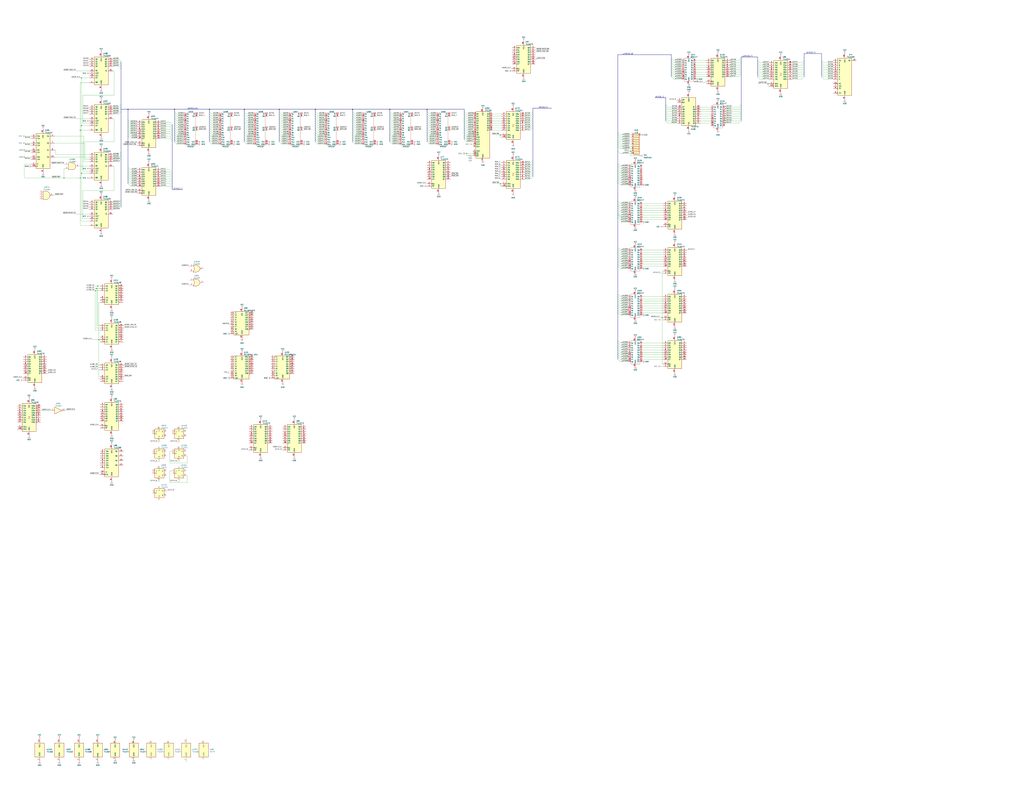
<source format=kicad_sch>
(kicad_sch (version 20230121) (generator eeschema)
  (paper "E")
  (junction (at 107.95 370.84))
  (junction (at 87.63 142.24))
  (junction (at 425.45 119.38))
  (junction (at 546.1 200.66))
  (junction (at 139.7 119.38))
  (junction (at 87.63 194.31))
  (junction (at 466.09 119.38))
  (junction (at 266.7 119.38))
  (junction (at 106.68 312.42))
  (junction (at 304.8 119.38))
  (junction (at 384.81 119.38))
  (junction (at 105.41 314.96))
  (junction (at 88.9 85.09))
  (junction (at 838.2 91.44))
  (junction (at 190.5 119.38))
  (junction (at 688.34 165.1))
  (junction (at 88.9 137.16))
  (junction (at 69.85 194.31))
  (junction (at 228.6 119.38))
  (junction (at 88.9 189.23))
  (junction (at 509.27 167.64))
  (junction (at 722.63 346.71))
  (junction (at 546.1 147.32))
  (junction (at 344.17 119.38))
  (junction (at 104.14 317.5))
  (no_connect (at 516.89 165.1))
  (bus_entry (at 466.09 154.94) (size 2.54 2.54))
  (bus_entry (at 228.6 149.86) (size 2.54 2.54))
  (bus_entry (at 674.37 234.95) (size 2.54 2.54))
  (bus_entry (at 304.8 134.62) (size 2.54 2.54))
  (bus_entry (at 674.37 181.61) (size 2.54 2.54))
  (bus_entry (at 384.81 144.78) (size 2.54 2.54))
  (bus_entry (at 190.5 129.54) (size 2.54 2.54))
  (bus_entry (at 674.37 341.63) (size 2.54 2.54))
  (bus_entry (at 674.37 389.89) (size 2.54 2.54))
  (bus_entry (at 808.99 119.38) (size -2.54 2.54))
  (bus_entry (at 732.79 68.58) (size 2.54 2.54))
  (bus_entry (at 466.09 124.46) (size 2.54 2.54))
  (bus_entry (at 581.66 129.54) (size -2.54 2.54))
  (bus_entry (at 581.66 132.08) (size -2.54 2.54))
  (bus_entry (at 344.17 127) (size 2.54 2.54))
  (bus_entry (at 425.45 132.08) (size 2.54 2.54))
  (bus_entry (at 877.57 73.66) (size -2.54 2.54))
  (bus_entry (at 266.7 152.4) (size 2.54 2.54))
  (bus_entry (at 266.7 129.54) (size 2.54 2.54))
  (bus_entry (at 139.7 143.51) (size 2.54 2.54))
  (bus_entry (at 344.17 134.62) (size 2.54 2.54))
  (bus_entry (at 425.45 147.32) (size 2.54 2.54))
  (bus_entry (at 384.81 147.32) (size 2.54 2.54))
  (bus_entry (at 187.96 138.43) (size -2.54 -2.54))
  (bus_entry (at 466.09 127) (size 2.54 2.54))
  (bus_entry (at 190.5 147.32) (size 2.54 2.54))
  (bus_entry (at 425.45 129.54) (size 2.54 2.54))
  (bus_entry (at 228.6 144.78) (size 2.54 2.54))
  (bus_entry (at 732.79 71.12) (size 2.54 2.54))
  (bus_entry (at 304.8 149.86) (size 2.54 2.54))
  (bus_entry (at 506.73 121.92) (size 2.54 2.54))
  (bus_entry (at 132.08 67.31) (size -2.54 -2.54))
  (bus_entry (at 808.99 121.92) (size -2.54 2.54))
  (bus_entry (at 139.7 133.35) (size 2.54 2.54))
  (bus_entry (at 506.73 149.86) (size 2.54 2.54))
  (bus_entry (at 674.37 377.19) (size 2.54 2.54))
  (bus_entry (at 674.37 194.31) (size 2.54 2.54))
  (bus_entry (at 132.08 168.91) (size -2.54 2.54))
  (bus_entry (at 674.37 232.41) (size 2.54 2.54))
  (bus_entry (at 132.08 74.93) (size -2.54 -2.54))
  (bus_entry (at 674.37 270.51) (size 2.54 2.54))
  (bus_entry (at 674.37 280.67) (size 2.54 2.54))
  (bus_entry (at 674.37 384.81) (size 2.54 2.54))
  (bus_entry (at 877.57 83.82) (size -2.54 2.54))
  (bus_entry (at 877.57 76.2) (size -2.54 2.54))
  (bus_entry (at 425.45 137.16) (size 2.54 2.54))
  (bus_entry (at 266.7 139.7) (size 2.54 2.54))
  (bus_entry (at 506.73 124.46) (size 2.54 2.54))
  (bus_entry (at 808.99 81.28) (size -2.54 2.54))
  (bus_entry (at 139.7 190.5) (size 2.54 2.54))
  (bus_entry (at 266.7 127) (size 2.54 2.54))
  (bus_entry (at 808.99 76.2) (size -2.54 2.54))
  (bus_entry (at 139.7 198.12) (size 2.54 2.54))
  (bus_entry (at 726.44 114.3) (size 2.54 2.54))
  (bus_entry (at 384.81 139.7) (size 2.54 2.54))
  (bus_entry (at 808.99 66.04) (size -2.54 2.54))
  (bus_entry (at 466.09 137.16) (size 2.54 2.54))
  (bus_entry (at 425.45 121.92) (size 2.54 2.54))
  (bus_entry (at 896.62 78.74) (size 2.54 2.54))
  (bus_entry (at 132.08 114.3) (size -2.54 2.54))
  (bus_entry (at 190.5 144.78) (size 2.54 2.54))
  (bus_entry (at 187.96 143.51) (size -2.54 -2.54))
  (bus_entry (at 190.5 149.86) (size 2.54 2.54))
  (bus_entry (at 581.66 180.34) (size -2.54 2.54))
  (bus_entry (at 187.96 193.04) (size -2.54 -2.54))
  (bus_entry (at 674.37 191.77) (size 2.54 2.54))
  (bus_entry (at 304.8 121.92) (size 2.54 2.54))
  (bus_entry (at 826.77 76.2) (size 2.54 2.54))
  (bus_entry (at 344.17 144.78) (size 2.54 2.54))
  (bus_entry (at 266.7 144.78) (size 2.54 2.54))
  (bus_entry (at 506.73 139.7) (size 2.54 2.54))
  (bus_entry (at 384.81 127) (size 2.54 2.54))
  (bus_entry (at 228.6 129.54) (size 2.54 2.54))
  (bus_entry (at 877.57 68.58) (size -2.54 2.54))
  (bus_entry (at 190.5 152.4) (size 2.54 2.54))
  (bus_entry (at 187.96 151.13) (size -2.54 -2.54))
  (bus_entry (at 674.37 392.43) (size 2.54 2.54))
  (bus_entry (at 466.09 147.32) (size 2.54 2.54))
  (bus_entry (at 190.5 142.24) (size 2.54 2.54))
  (bus_entry (at 304.8 129.54) (size 2.54 2.54))
  (bus_entry (at 506.73 147.32) (size 2.54 2.54))
  (bus_entry (at 139.7 193.04) (size 2.54 2.54))
  (bus_entry (at 266.7 121.92) (size 2.54 2.54))
  (bus_entry (at 187.96 200.66) (size -2.54 -2.54))
  (bus_entry (at 139.7 200.66) (size 2.54 2.54))
  (bus_entry (at 187.96 153.67) (size -2.54 -2.54))
  (bus_entry (at 506.73 144.78) (size 2.54 2.54))
  (bus_entry (at 808.99 132.08) (size -2.54 2.54))
  (bus_entry (at 726.44 119.38) (size 2.54 2.54))
  (bus_entry (at 132.08 116.84) (size -2.54 2.54))
  (bus_entry (at 581.66 185.42) (size -2.54 2.54))
  (bus_entry (at 732.79 73.66) (size 2.54 2.54))
  (bus_entry (at 344.17 154.94) (size 2.54 2.54))
  (bus_entry (at 896.62 73.66) (size 2.54 2.54))
  (bus_entry (at 344.17 139.7) (size 2.54 2.54))
  (bus_entry (at 674.37 144.78) (size 2.54 2.54))
  (bus_entry (at 674.37 189.23) (size 2.54 2.54))
  (bus_entry (at 304.8 147.32) (size 2.54 2.54))
  (bus_entry (at 877.57 71.12) (size -2.54 2.54))
  (bus_entry (at 132.08 226.06) (size -2.54 2.54))
  (bus_entry (at 344.17 121.92) (size 2.54 2.54))
  (bus_entry (at 384.81 152.4) (size 2.54 2.54))
  (bus_entry (at 581.66 124.46) (size -2.54 2.54))
  (bus_entry (at 425.45 144.78) (size 2.54 2.54))
  (bus_entry (at 466.09 142.24) (size 2.54 2.54))
  (bus_entry (at 674.37 160.02) (size 2.54 2.54))
  (bus_entry (at 228.6 147.32) (size 2.54 2.54))
  (bus_entry (at 132.08 69.85) (size -2.54 -2.54))
  (bus_entry (at 304.8 144.78) (size 2.54 2.54))
  (bus_entry (at 726.44 124.46) (size 2.54 2.54))
  (bus_entry (at 139.7 185.42) (size 2.54 2.54))
  (bus_entry (at 732.79 78.74) (size 2.54 2.54))
  (bus_entry (at 187.96 190.5) (size -2.54 -2.54))
  (bus_entry (at 425.45 154.94) (size 2.54 2.54))
  (bus_entry (at 674.37 331.47) (size 2.54 2.54))
  (bus_entry (at 384.81 121.92) (size 2.54 2.54))
  (bus_entry (at 808.99 73.66) (size -2.54 2.54))
  (bus_entry (at 132.08 171.45) (size -2.54 2.54))
  (bus_entry (at 674.37 278.13) (size 2.54 2.54))
  (bus_entry (at 674.37 147.32) (size 2.54 2.54))
  (bus_entry (at 674.37 379.73) (size 2.54 2.54))
  (bus_entry (at 466.09 121.92) (size 2.54 2.54))
  (bus_entry (at 266.7 149.86) (size 2.54 2.54))
  (bus_entry (at 190.5 124.46) (size 2.54 2.54))
  (bus_entry (at 425.45 149.86) (size 2.54 2.54))
  (bus_entry (at 674.37 372.11) (size 2.54 2.54))
  (bus_entry (at 726.44 132.08) (size 2.54 2.54))
  (bus_entry (at 132.08 72.39) (size -2.54 -2.54))
  (bus_entry (at 674.37 339.09) (size 2.54 2.54))
  (bus_entry (at 674.37 387.35) (size 2.54 2.54))
  (bus_entry (at 466.09 144.78) (size 2.54 2.54))
  (bus_entry (at 466.09 139.7) (size 2.54 2.54))
  (bus_entry (at 190.5 139.7) (size 2.54 2.54))
  (bus_entry (at 808.99 114.3) (size -2.54 2.54))
  (bus_entry (at 187.96 135.89) (size -2.54 -2.54))
  (bus_entry (at 384.81 132.08) (size 2.54 2.54))
  (bus_entry (at 304.8 139.7) (size 2.54 2.54))
  (bus_entry (at 344.17 137.16) (size 2.54 2.54))
  (bus_entry (at 344.17 124.46) (size 2.54 2.54))
  (bus_entry (at 808.99 68.58) (size -2.54 2.54))
  (bus_entry (at 266.7 134.62) (size 2.54 2.54))
  (bus_entry (at 726.44 127) (size 2.54 2.54))
  (bus_entry (at 187.96 187.96) (size -2.54 -2.54))
  (bus_entry (at 581.66 187.96) (size -2.54 2.54))
  (bus_entry (at 466.09 149.86) (size 2.54 2.54))
  (bus_entry (at 425.45 124.46) (size 2.54 2.54))
  (bus_entry (at 726.44 121.92) (size 2.54 2.54))
  (bus_entry (at 674.37 336.55) (size 2.54 2.54))
  (bus_entry (at 808.99 116.84) (size -2.54 2.54))
  (bus_entry (at 808.99 127) (size -2.54 2.54))
  (bus_entry (at 808.99 63.5) (size -2.54 2.54))
  (bus_entry (at 190.5 134.62) (size 2.54 2.54))
  (bus_entry (at 344.17 152.4) (size 2.54 2.54))
  (bus_entry (at 674.37 222.25) (size 2.54 2.54))
  (bus_entry (at 732.79 66.04) (size 2.54 2.54))
  (bus_entry (at 190.5 132.08) (size 2.54 2.54))
  (bus_entry (at 808.99 129.54) (size -2.54 2.54))
  (bus_entry (at 425.45 134.62) (size 2.54 2.54))
  (bus_entry (at 581.66 193.04) (size -2.54 2.54))
  (bus_entry (at 674.37 328.93) (size 2.54 2.54))
  (bus_entry (at 732.79 83.82) (size 2.54 2.54))
  (bus_entry (at 266.7 147.32) (size 2.54 2.54))
  (bus_entry (at 384.81 129.54) (size 2.54 2.54))
  (bus_entry (at 674.37 184.15) (size 2.54 2.54))
  (bus_entry (at 187.96 203.2) (size -2.54 -2.54))
  (bus_entry (at 674.37 288.29) (size 2.54 2.54))
  (bus_entry (at 581.66 175.26) (size -2.54 2.54))
  (bus_entry (at 304.8 154.94) (size 2.54 2.54))
  (bus_entry (at 581.66 127) (size -2.54 2.54))
  (bus_entry (at 466.09 134.62) (size 2.54 2.54))
  (bus_entry (at 674.37 196.85) (size 2.54 2.54))
  (bus_entry (at 506.73 137.16) (size 2.54 2.54))
  (bus_entry (at 266.7 154.94) (size 2.54 2.54))
  (bus_entry (at 266.7 142.24) (size 2.54 2.54))
  (bus_entry (at 132.08 166.37) (size -2.54 2.54))
  (bus_entry (at 826.77 83.82) (size 2.54 2.54))
  (bus_entry (at 139.7 138.43) (size 2.54 2.54))
  (bus_entry (at 674.37 152.4) (size 2.54 2.54))
  (bus_entry (at 228.6 121.92) (size 2.54 2.54))
  (bus_entry (at 581.66 139.7) (size -2.54 2.54))
  (bus_entry (at 132.08 220.98) (size -2.54 2.54))
  (bus_entry (at 228.6 152.4) (size 2.54 2.54))
  (bus_entry (at 674.37 157.48) (size 2.54 2.54))
  (bus_entry (at 581.66 190.5) (size -2.54 2.54))
  (bus_entry (at 425.45 152.4) (size 2.54 2.54))
  (bus_entry (at 506.73 127) (size 2.54 2.54))
  (bus_entry (at 190.5 127) (size 2.54 2.54))
  (bus_entry (at 808.99 78.74) (size -2.54 2.54))
  (bus_entry (at 674.37 273.05) (size 2.54 2.54))
  (bus_entry (at 344.17 129.54) (size 2.54 2.54))
  (bus_entry (at 425.45 127) (size 2.54 2.54))
  (bus_entry (at 228.6 127) (size 2.54 2.54))
  (bus_entry (at 674.37 382.27) (size 2.54 2.54))
  (bus_entry (at 132.08 218.44) (size -2.54 2.54))
  (bus_entry (at 466.09 152.4) (size 2.54 2.54))
  (bus_entry (at 304.8 142.24) (size 2.54 2.54))
  (bus_entry (at 808.99 124.46) (size -2.54 2.54))
  (bus_entry (at 344.17 132.08) (size 2.54 2.54))
  (bus_entry (at 266.7 132.08) (size 2.54 2.54))
  (bus_entry (at 132.08 121.92) (size -2.54 2.54))
  (bus_entry (at 581.66 121.92) (size -2.54 2.54))
  (bus_entry (at 266.7 124.46) (size 2.54 2.54))
  (bus_entry (at 826.77 78.74) (size 2.54 2.54))
  (bus_entry (at 674.37 149.86) (size 2.54 2.54))
  (bus_entry (at 304.8 127) (size 2.54 2.54))
  (bus_entry (at 674.37 334.01) (size 2.54 2.54))
  (bus_entry (at 726.44 129.54) (size 2.54 2.54))
  (bus_entry (at 384.81 142.24) (size 2.54 2.54))
  (bus_entry (at 384.81 149.86) (size 2.54 2.54))
  (bus_entry (at 581.66 182.88) (size -2.54 2.54))
  (bus_entry (at 726.44 116.84) (size 2.54 2.54))
  (bus_entry (at 139.7 146.05) (size 2.54 2.54))
  (bus_entry (at 228.6 142.24) (size 2.54 2.54))
  (bus_entry (at 132.08 223.52) (size -2.54 2.54))
  (bus_entry (at 304.8 152.4) (size 2.54 2.54))
  (bus_entry (at 187.96 195.58) (size -2.54 -2.54))
  (bus_entry (at 581.66 137.16) (size -2.54 2.54))
  (bus_entry (at 674.37 283.21) (size 2.54 2.54))
  (bus_entry (at 896.62 83.82) (size 2.54 2.54))
  (bus_entry (at 132.08 173.99) (size -2.54 2.54))
  (bus_entry (at 132.08 119.38) (size -2.54 2.54))
  (bus_entry (at 139.7 140.97) (size 2.54 2.54))
  (bus_entry (at 674.37 224.79) (size 2.54 2.54))
  (bus_entry (at 187.96 146.05) (size -2.54 -2.54))
  (bus_entry (at 506.73 132.08) (size 2.54 2.54))
  (bus_entry (at 190.5 121.92) (size 2.54 2.54))
  (bus_entry (at 674.37 275.59) (size 2.54 2.54))
  (bus_entry (at 344.17 149.86) (size 2.54 2.54))
  (bus_entry (at 304.8 124.46) (size 2.54 2.54))
  (bus_entry (at 581.66 177.8) (size -2.54 2.54))
  (bus_entry (at 228.6 134.62) (size 2.54 2.54))
  (bus_entry (at 506.73 129.54) (size 2.54 2.54))
  (bus_entry (at 187.96 198.12) (size -2.54 -2.54))
  (bus_entry (at 228.6 139.7) (size 2.54 2.54))
  (bus_entry (at 425.45 142.24) (size 2.54 2.54))
  (bus_entry (at 674.37 233.68) (size 2.54 2.54))
  (bus_entry (at 877.57 78.74) (size -2.54 2.54))
  (bus_entry (at 674.37 199.39) (size 2.54 2.54))
  (bus_entry (at 466.09 129.54) (size 2.54 2.54))
  (bus_entry (at 187.96 205.74) (size -2.54 -2.54))
  (bus_entry (at 384.81 137.16) (size 2.54 2.54))
  (bus_entry (at 674.37 227.33) (size 2.54 2.54))
  (bus_entry (at 187.96 140.97) (size -2.54 -2.54))
  (bus_entry (at 674.37 321.31) (size 2.54 2.54))
  (bus_entry (at 674.37 154.94) (size 2.54 2.54))
  (bus_entry (at 896.62 81.28) (size 2.54 2.54))
  (bus_entry (at 190.5 137.16) (size 2.54 2.54))
  (bus_entry (at 826.77 71.12) (size 2.54 2.54))
  (bus_entry (at 896.62 68.58) (size 2.54 2.54))
  (bus_entry (at 674.37 290.83) (size 2.54 2.54))
  (bus_entry (at 139.7 130.81) (size 2.54 2.54))
  (bus_entry (at 190.5 154.94) (size 2.54 2.54))
  (bus_entry (at 228.6 124.46) (size 2.54 2.54))
  (bus_entry (at 674.37 237.49) (size 2.54 2.54))
  (bus_entry (at 466.09 132.08) (size 2.54 2.54))
  (bus_entry (at 896.62 76.2) (size 2.54 2.54))
  (bus_entry (at 826.77 73.66) (size 2.54 2.54))
  (bus_entry (at 674.37 186.69) (size 2.54 2.54))
  (bus_entry (at 674.37 285.75) (size 2.54 2.54))
  (bus_entry (at 826.77 81.28) (size 2.54 2.54))
  (bus_entry (at 674.37 179.07) (size 2.54 2.54))
  (bus_entry (at 187.96 148.59) (size -2.54 -2.54))
  (bus_entry (at 732.79 63.5) (size 2.54 2.54))
  (bus_entry (at 674.37 219.71) (size 2.54 2.54))
  (bus_entry (at 826.77 68.58) (size 2.54 2.54))
  (bus_entry (at 304.8 137.16) (size 2.54 2.54))
  (bus_entry (at 228.6 154.94) (size 2.54 2.54))
  (bus_entry (at 896.62 71.12) (size 2.54 2.54))
  (bus_entry (at 384.81 154.94) (size 2.54 2.54))
  (bus_entry (at 877.57 66.04) (size -2.54 2.54))
  (bus_entry (at 674.37 326.39) (size 2.54 2.54))
  (bus_entry (at 304.8 132.08) (size 2.54 2.54))
  (bus_entry (at 506.73 152.4) (size 2.54 2.54))
  (bus_entry (at 826.77 66.04) (size 2.54 2.54))
  (bus_entry (at 581.66 134.62) (size -2.54 2.54))
  (bus_entry (at 139.7 182.88) (size 2.54 2.54))
  (bus_entry (at 384.81 134.62) (size 2.54 2.54))
  (bus_entry (at 674.37 229.87) (size 2.54 2.54))
  (bus_entry (at 674.37 374.65) (size 2.54 2.54))
  (bus_entry (at 506.73 142.24) (size 2.54 2.54))
  (bus_entry (at 674.37 323.85) (size 2.54 2.54))
  (bus_entry (at 228.6 137.16) (size 2.54 2.54))
  (bus_entry (at 344.17 142.24) (size 2.54 2.54))
  (bus_entry (at 896.62 66.04) (size 2.54 2.54))
  (bus_entry (at 877.57 81.28) (size -2.54 2.54))
  (bus_entry (at 139.7 187.96) (size 2.54 2.54))
  (bus_entry (at 674.37 165.1) (size 2.54 2.54))
  (bus_entry (at 808.99 71.12) (size -2.54 2.54))
  (bus_entry (at 425.45 139.7) (size 2.54 2.54))
  (bus_entry (at 344.17 147.32) (size 2.54 2.54))
  (bus_entry (at 139.7 148.59) (size 2.54 2.54))
  (bus_entry (at 139.7 195.58) (size 2.54 2.54))
  (bus_entry (at 506.73 134.62) (size 2.54 2.54))
  (bus_entry (at 266.7 137.16) (size 2.54 2.54))
  (bus_entry (at 732.79 81.28) (size 2.54 2.54))
  (bus_entry (at 228.6 132.08) (size 2.54 2.54))
  (bus_entry (at 732.79 76.2) (size 2.54 2.54))
  (bus_entry (at 384.81 124.46) (size 2.54 2.54))
  (bus_entry (at 139.7 135.89) (size 2.54 2.54))
  (wire (pts (xy 307.34 144.78) (xy 314.96 144.78)))
  (bus (pts (xy 304.8 142.24) (xy 304.8 139.7)))
  (bus (pts (xy 344.17 152.4) (xy 344.17 149.86)))
  (wire (pts (xy 173.99 504.19) (xy 173.99 502.92)))
  (bus (pts (xy 581.66 139.7) (xy 581.66 175.26)))
  (wire (pts (xy 722.63 346.71) (xy 723.9 346.71)))
  (wire (pts (xy 509.27 134.62) (xy 516.89 134.62)))
  (bus (pts (xy 139.7 138.43) (xy 139.7 140.97)))
  (wire (pts (xy 796.29 66.04) (xy 806.45 66.04)))
  (wire (pts (xy 106.68 398.78) (xy 109.22 398.78)))
  (wire (pts (xy 346.71 132.08) (xy 354.33 132.08)))
  (bus (pts (xy 425.45 124.46) (xy 425.45 121.92)))
  (wire (pts (xy 728.98 116.84) (xy 739.14 116.84)))
  (bus (pts (xy 466.09 121.92) (xy 466.09 119.38)))
  (bus (pts (xy 139.7 190.5) (xy 139.7 193.04)))
  (wire (pts (xy 572.77 142.24) (xy 579.12 142.24)))
  (wire (pts (xy 60.96 163.83) (xy 59.69 163.83)))
  (wire (pts (xy 250.19 354.33) (xy 251.46 354.33)))
  (wire (pts (xy 759.46 83.82) (xy 770.89 83.82)))
  (wire (pts (xy 387.35 124.46) (xy 394.97 124.46)))
  (bus (pts (xy 344.17 119.38) (xy 384.81 119.38)))
  (wire (pts (xy 107.95 330.2) (xy 107.95 370.84)))
  (bus (pts (xy 139.7 135.89) (xy 139.7 138.43)))
  (wire (pts (xy 193.04 152.4) (xy 200.66 152.4)))
  (bus (pts (xy 384.81 149.86) (xy 384.81 147.32)))
  (bus (pts (xy 425.45 149.86) (xy 425.45 147.32)))
  (wire (pts (xy 52.07 405.13) (xy 50.8 405.13)))
  (wire (pts (xy 387.35 144.78) (xy 394.97 144.78)))
  (bus (pts (xy 187.96 193.04) (xy 187.96 195.58)))
  (wire (pts (xy 791.21 119.38) (xy 806.45 119.38)))
  (bus (pts (xy 304.8 121.92) (xy 304.8 119.38)))
  (wire (pts (xy 411.48 127) (xy 410.21 127)))
  (wire (pts (xy 427.99 132.08) (xy 435.61 132.08)))
  (bus (pts (xy 187.96 203.2) (xy 187.96 200.66)))
  (bus (pts (xy 187.96 140.97) (xy 187.96 143.51)))
  (wire (pts (xy 87.63 90.17) (xy 97.79 90.17)))
  (bus (pts (xy 506.73 152.4) (xy 506.73 149.86)))
  (bus (pts (xy 808.99 81.28) (xy 808.99 114.3)))
  (bus (pts (xy 266.7 137.16) (xy 266.7 134.62)))
  (wire (pts (xy 728.98 124.46) (xy 739.14 124.46)))
  (wire (pts (xy 468.63 149.86) (xy 476.25 149.86)))
  (wire (pts (xy 676.91 341.63) (xy 685.8 341.63)))
  (bus (pts (xy 808.99 76.2) (xy 808.99 78.74)))
  (wire (pts (xy 676.91 374.65) (xy 685.8 374.65)))
  (wire (pts (xy 175.26 185.42) (xy 185.42 185.42)))
  (wire (pts (xy 796.29 68.58) (xy 806.45 68.58)))
  (wire (pts (xy 427.99 152.4) (xy 435.61 152.4)))
  (wire (pts (xy 307.34 137.16) (xy 314.96 137.16)))
  (bus (pts (xy 808.99 78.74) (xy 808.99 81.28)))
  (wire (pts (xy 370.84 142.24) (xy 369.57 142.24)))
  (wire (pts (xy 193.04 157.48) (xy 200.66 157.48)))
  (bus (pts (xy 304.8 134.62) (xy 304.8 132.08)))
  (wire (pts (xy 468.63 127) (xy 476.25 127)))
  (wire (pts (xy 838.2 91.44) (xy 838.2 93.98)))
  (wire (pts (xy 97.79 168.91) (xy 60.96 168.91)))
  (wire (pts (xy 33.02 158.75) (xy 34.29 158.75)))
  (wire (pts (xy 72.39 448.31) (xy 71.12 448.31)))
  (bus (pts (xy 877.57 78.74) (xy 877.57 81.28)))
  (bus (pts (xy 674.37 186.69) (xy 674.37 189.23)))
  (bus (pts (xy 581.66 190.5) (xy 581.66 193.04)))
  (wire (pts (xy 899.16 83.82) (xy 909.32 83.82)))
  (wire (pts (xy 123.19 171.45) (xy 129.54 171.45)))
  (bus (pts (xy 674.37 323.85) (xy 674.37 326.39)))
  (wire (pts (xy 572.77 134.62) (xy 579.12 134.62)))
  (wire (pts (xy 759.46 78.74) (xy 770.89 78.74)))
  (wire (pts (xy 759.46 73.66) (xy 770.89 73.66)))
  (bus (pts (xy 425.45 142.24) (xy 425.45 139.7)))
  (wire (pts (xy 307.34 157.48) (xy 314.96 157.48)))
  (bus (pts (xy 732.79 59.69) (xy 732.79 63.5)))
  (bus (pts (xy 726.44 116.84) (xy 726.44 114.3)))
  (bus (pts (xy 726.44 129.54) (xy 726.44 127)))
  (bus (pts (xy 228.6 147.32) (xy 228.6 144.78)))
  (bus (pts (xy 506.73 144.78) (xy 506.73 142.24)))
  (wire (pts (xy 427.99 144.78) (xy 435.61 144.78)))
  (bus (pts (xy 304.8 129.54) (xy 304.8 127)))
  (bus (pts (xy 344.17 144.78) (xy 344.17 142.24)))
  (bus (pts (xy 581.66 124.46) (xy 581.66 121.92)))
  (wire (pts (xy 687.07 165.1) (xy 688.34 165.1)))
  (wire (pts (xy 546.1 193.04) (xy 547.37 193.04)))
  (wire (pts (xy 135.89 411.48) (xy 134.62 411.48)))
  (bus (pts (xy 808.99 119.38) (xy 808.99 121.92)))
  (bus (pts (xy 466.09 147.32) (xy 466.09 144.78)))
  (wire (pts (xy 307.34 154.94) (xy 314.96 154.94)))
  (bus (pts (xy 187.96 148.59) (xy 187.96 151.13)))
  (wire (pts (xy 59.69 213.36) (xy 58.42 213.36)))
  (bus (pts (xy 581.66 127) (xy 581.66 124.46)))
  (wire (pts (xy 701.04 341.63) (xy 723.9 341.63)))
  (bus (pts (xy 228.6 121.92) (xy 228.6 119.38)))
  (wire (pts (xy 676.91 154.94) (xy 689.61 154.94)))
  (wire (pts (xy 91.44 176.53) (xy 91.44 148.59)))
  (bus (pts (xy 425.45 137.16) (xy 425.45 134.62)))
  (bus (pts (xy 190.5 119.38) (xy 190.5 121.92)))
  (wire (pts (xy 676.91 152.4) (xy 689.61 152.4)))
  (wire (pts (xy 678.18 242.57) (xy 685.8 242.57)))
  (bus (pts (xy 674.37 278.13) (xy 674.37 280.67)))
  (wire (pts (xy 87.63 142.24) (xy 87.63 194.31)))
  (wire (pts (xy 537.21 127) (xy 547.37 127)))
  (wire (pts (xy 427.99 137.16) (xy 435.61 137.16)))
  (wire (pts (xy 255.27 142.24) (xy 254 142.24)))
  (bus (pts (xy 674.37 234.95) (xy 674.37 237.49)))
  (wire (pts (xy 546.1 177.8) (xy 547.37 177.8)))
  (wire (pts (xy 701.04 273.05) (xy 723.9 273.05)))
  (wire (pts (xy 96.52 228.6) (xy 97.79 228.6)))
  (wire (pts (xy 572.77 195.58) (xy 579.12 195.58)))
  (wire (pts (xy 721.36 349.25) (xy 723.9 349.25)))
  (bus (pts (xy 425.45 121.92) (xy 425.45 119.38)))
  (bus (pts (xy 187.96 135.89) (xy 187.96 138.43)))
  (bus (pts (xy 826.77 76.2) (xy 826.77 78.74)))
  (wire (pts (xy 269.24 144.78) (xy 276.86 144.78)))
  (wire (pts (xy 269.24 142.24) (xy 276.86 142.24)))
  (wire (pts (xy 293.37 127) (xy 292.1 127)))
  (bus (pts (xy 826.77 81.28) (xy 826.77 83.82)))
  (wire (pts (xy 546.1 185.42) (xy 547.37 185.42)))
  (bus (pts (xy 808.99 114.3) (xy 808.99 116.84)))
  (wire (pts (xy 185.42 505.46) (xy 185.42 492.76)))
  (bus (pts (xy 228.6 124.46) (xy 228.6 121.92)))
  (wire (pts (xy 544.83 200.66) (xy 546.1 200.66)))
  (wire (pts (xy 193.04 142.24) (xy 200.66 142.24)))
  (wire (pts (xy 135.89 398.78) (xy 134.62 398.78)))
  (bus (pts (xy 581.66 180.34) (xy 581.66 182.88)))
  (wire (pts (xy 217.17 142.24) (xy 215.9 142.24)))
  (bus (pts (xy 304.8 132.08) (xy 304.8 129.54)))
  (bus (pts (xy 266.7 154.94) (xy 266.7 152.4)))
  (wire (pts (xy 676.91 336.55) (xy 685.8 336.55)))
  (bus (pts (xy 190.5 137.16) (xy 190.5 134.62)))
  (wire (pts (xy 90.17 104.14) (xy 90.17 134.62)))
  (wire (pts (xy 109.22 360.68) (xy 104.14 360.68)))
  (wire (pts (xy 88.9 241.3) (xy 88.9 189.23)))
  (bus (pts (xy 190.5 132.08) (xy 190.5 129.54)))
  (wire (pts (xy 676.91 334.01) (xy 685.8 334.01)))
  (wire (pts (xy 175.26 187.96) (xy 185.42 187.96)))
  (wire (pts (xy 142.24 146.05) (xy 149.86 146.05)))
  (bus (pts (xy 674.37 224.79) (xy 674.37 227.33)))
  (wire (pts (xy 203.2 519.43) (xy 204.47 519.43)))
  (wire (pts (xy 231.14 154.94) (xy 238.76 154.94)))
  (bus (pts (xy 466.09 149.86) (xy 466.09 147.32)))
  (wire (pts (xy 468.63 157.48) (xy 476.25 157.48)))
  (wire (pts (xy 688.34 165.1) (xy 688.34 170.18)))
  (wire (pts (xy 100.33 370.84) (xy 107.95 370.84)))
  (wire (pts (xy 231.14 127) (xy 238.76 127)))
  (wire (pts (xy 307.34 142.24) (xy 314.96 142.24)))
  (bus (pts (xy 896.62 66.04) (xy 896.62 58.42)))
  (bus (pts (xy 674.37 232.41) (xy 674.37 233.68)))
  (bus (pts (xy 877.57 66.04) (xy 877.57 68.58)))
  (bus (pts (xy 132.08 173.99) (xy 132.08 218.44)))
  (wire (pts (xy 204.47 497.84) (xy 204.47 505.46)))
  (bus (pts (xy 344.17 149.86) (xy 344.17 147.32)))
  (bus (pts (xy 674.37 339.09) (xy 674.37 341.63)))
  (bus (pts (xy 674.37 326.39) (xy 674.37 328.93)))
  (bus (pts (xy 384.81 124.46) (xy 384.81 121.92)))
  (wire (pts (xy 107.95 518.16) (xy 109.22 518.16)))
  (bus (pts (xy 726.44 132.08) (xy 726.44 129.54)))
  (wire (pts (xy 173.99 482.6) (xy 173.99 481.33)))
  (wire (pts (xy 764.54 119.38) (xy 775.97 119.38)))
  (bus (pts (xy 187.96 151.13) (xy 187.96 153.67)))
  (wire (pts (xy 97.79 246.38) (xy 87.63 246.38)))
  (wire (pts (xy 427.99 147.32) (xy 435.61 147.32)))
  (bus (pts (xy 877.57 68.58) (xy 877.57 71.12)))
  (wire (pts (xy 676.91 189.23) (xy 685.8 189.23)))
  (wire (pts (xy 791.21 134.62) (xy 806.45 134.62)))
  (wire (pts (xy 764.54 121.92) (xy 775.97 121.92)))
  (wire (pts (xy 572.77 187.96) (xy 579.12 187.96)))
  (bus (pts (xy 187.96 203.2) (xy 187.96 205.74)))
  (wire (pts (xy 346.71 139.7) (xy 354.33 139.7)))
  (wire (pts (xy 175.26 148.59) (xy 185.42 148.59)))
  (bus (pts (xy 826.77 73.66) (xy 826.77 76.2)))
  (bus (pts (xy 674.37 149.86) (xy 674.37 152.4)))
  (wire (pts (xy 90.17 186.69) (xy 97.79 186.69)))
  (bus (pts (xy 425.45 119.38) (xy 466.09 119.38)))
  (bus (pts (xy 266.7 149.86) (xy 266.7 147.32)))
  (bus (pts (xy 132.08 114.3) (xy 132.08 116.84)))
  (bus (pts (xy 266.7 144.78) (xy 266.7 142.24)))
  (bus (pts (xy 581.66 118.11) (xy 601.98 118.11)))
  (wire (pts (xy 124.46 208.28) (xy 90.17 208.28)))
  (wire (pts (xy 427.99 129.54) (xy 435.61 129.54)))
  (wire (pts (xy 204.47 527.05) (xy 185.42 527.05)))
  (bus (pts (xy 384.81 129.54) (xy 384.81 127)))
  (bus (pts (xy 896.62 76.2) (xy 896.62 73.66)))
  (wire (pts (xy 676.91 326.39) (xy 685.8 326.39)))
  (wire (pts (xy 203.2 497.84) (xy 204.47 497.84)))
  (wire (pts (xy 124.46 77.47) (xy 124.46 104.14)))
  (wire (pts (xy 370.84 127) (xy 369.57 127)))
  (bus (pts (xy 896.62 78.74) (xy 896.62 76.2)))
  (bus (pts (xy 808.99 124.46) (xy 808.99 127)))
  (wire (pts (xy 572.77 180.34) (xy 579.12 180.34)))
  (wire (pts (xy 193.04 129.54) (xy 200.66 129.54)))
  (bus (pts (xy 732.79 71.12) (xy 732.79 73.66)))
  (wire (pts (xy 109.22 355.6) (xy 106.68 355.6)))
  (wire (pts (xy 701.04 331.47) (xy 723.9 331.47)))
  (wire (pts (xy 864.87 78.74) (xy 875.03 78.74)))
  (wire (pts (xy 468.63 144.78) (xy 476.25 144.78)))
  (bus (pts (xy 187.96 138.43) (xy 187.96 140.97)))
  (bus (pts (xy 139.7 119.38) (xy 139.7 130.81)))
  (wire (pts (xy 90.17 154.94) (xy 90.17 186.69)))
  (bus (pts (xy 506.73 121.92) (xy 506.73 119.38)))
  (wire (pts (xy 387.35 157.48) (xy 394.97 157.48)))
  (bus (pts (xy 674.37 157.48) (xy 674.37 160.02)))
  (wire (pts (xy 269.24 137.16) (xy 276.86 137.16)))
  (wire (pts (xy 537.21 129.54) (xy 547.37 129.54)))
  (wire (pts (xy 86.36 181.61) (xy 97.79 181.61)))
  (wire (pts (xy 864.87 73.66) (xy 875.03 73.66)))
  (wire (pts (xy 123.19 69.85) (xy 129.54 69.85)))
  (wire (pts (xy 307.34 132.08) (xy 314.96 132.08)))
  (wire (pts (xy 331.47 124.46) (xy 330.2 124.46)))
  (wire (pts (xy 387.35 152.4) (xy 394.97 152.4)))
  (wire (pts (xy 104.14 360.68) (xy 104.14 317.5)))
  (wire (pts (xy 205.74 290.83) (xy 207.01 290.83)))
  (bus (pts (xy 266.7 121.92) (xy 266.7 119.38)))
  (bus (pts (xy 674.37 328.93) (xy 674.37 331.47)))
  (wire (pts (xy 307.34 147.32) (xy 314.96 147.32)))
  (wire (pts (xy 468.63 142.24) (xy 476.25 142.24)))
  (wire (pts (xy 728.98 119.38) (xy 739.14 119.38)))
  (wire (pts (xy 331.47 127) (xy 330.2 127)))
  (wire (pts (xy 135.89 358.14) (xy 134.62 358.14)))
  (wire (pts (xy 764.54 134.62) (xy 775.97 134.62)))
  (bus (pts (xy 506.73 149.86) (xy 506.73 147.32)))
  (wire (pts (xy 759.46 76.2) (xy 770.89 76.2)))
  (wire (pts (xy 572.77 124.46) (xy 579.12 124.46)))
  (wire (pts (xy 759.46 71.12) (xy 770.89 71.12)))
  (wire (pts (xy 231.14 144.78) (xy 238.76 144.78)))
  (wire (pts (xy 723.9 232.41) (xy 701.04 232.41)))
  (wire (pts (xy 864.87 68.58) (xy 875.03 68.58)))
  (wire (pts (xy 791.21 116.84) (xy 806.45 116.84)))
  (wire (pts (xy 175.26 135.89) (xy 185.42 135.89)))
  (wire (pts (xy 231.14 124.46) (xy 238.76 124.46)))
  (bus (pts (xy 506.73 147.32) (xy 506.73 144.78)))
  (bus (pts (xy 139.7 187.96) (xy 139.7 190.5)))
  (wire (pts (xy 509.27 170.18) (xy 510.54 170.18)))
  (bus (pts (xy 425.45 147.32) (xy 425.45 144.78)))
  (wire (pts (xy 123.19 226.06) (xy 129.54 226.06)))
  (wire (pts (xy 255.27 139.7) (xy 254 139.7)))
  (bus (pts (xy 266.7 142.24) (xy 266.7 139.7)))
  (bus (pts (xy 344.17 142.24) (xy 344.17 139.7)))
  (wire (pts (xy 231.14 157.48) (xy 238.76 157.48)))
  (wire (pts (xy 175.26 138.43) (xy 185.42 138.43)))
  (wire (pts (xy 546.1 203.2) (xy 547.37 203.2)))
  (bus (pts (xy 732.79 78.74) (xy 732.79 81.28)))
  (wire (pts (xy 26.67 194.31) (xy 26.67 179.07)))
  (bus (pts (xy 674.37 196.85) (xy 674.37 199.39)))
  (wire (pts (xy 509.27 147.32) (xy 516.89 147.32)))
  (wire (pts (xy 33.02 173.99) (xy 34.29 173.99)))
  (bus (pts (xy 139.7 182.88) (xy 139.7 185.42)))
  (wire (pts (xy 175.26 146.05) (xy 185.42 146.05)))
  (bus (pts (xy 808.99 71.12) (xy 808.99 73.66)))
  (bus (pts (xy 732.79 66.04) (xy 732.79 68.58)))
  (wire (pts (xy 370.84 124.46) (xy 369.57 124.46)))
  (wire (pts (xy 96.52 220.98) (xy 97.79 220.98)))
  (wire (pts (xy 468.63 132.08) (xy 476.25 132.08)))
  (wire (pts (xy 231.14 129.54) (xy 238.76 129.54)))
  (wire (pts (xy 109.22 314.96) (xy 105.41 314.96)))
  (wire (pts (xy 452.12 127) (xy 450.85 127)))
  (wire (pts (xy 572.77 193.04) (xy 579.12 193.04)))
  (wire (pts (xy 899.16 73.66) (xy 909.32 73.66)))
  (wire (pts (xy 307.34 488.95) (xy 308.61 488.95)))
  (bus (pts (xy 190.5 134.62) (xy 190.5 132.08)))
  (bus (pts (xy 425.45 144.78) (xy 425.45 142.24)))
  (bus (pts (xy 896.62 71.12) (xy 896.62 68.58)))
  (wire (pts (xy 728.98 134.62) (xy 739.14 134.62)))
  (bus (pts (xy 506.73 132.08) (xy 506.73 129.54)))
  (bus (pts (xy 674.37 59.69) (xy 674.37 144.78)))
  (bus (pts (xy 266.7 147.32) (xy 266.7 144.78)))
  (wire (pts (xy 185.42 514.35) (xy 187.96 514.35)))
  (bus (pts (xy 674.37 377.19) (xy 674.37 379.73)))
  (wire (pts (xy 123.19 77.47) (xy 124.46 77.47)))
  (bus (pts (xy 384.81 127) (xy 384.81 124.46)))
  (bus (pts (xy 304.8 144.78) (xy 304.8 142.24)))
  (wire (pts (xy 839.47 91.44) (xy 838.2 91.44)))
  (bus (pts (xy 344.17 139.7) (xy 344.17 137.16)))
  (bus (pts (xy 344.17 132.08) (xy 344.17 129.54)))
  (wire (pts (xy 129.54 67.31) (xy 123.19 67.31)))
  (wire (pts (xy 346.71 124.46) (xy 354.33 124.46)))
  (wire (pts (xy 864.87 71.12) (xy 875.03 71.12)))
  (wire (pts (xy 205.74 311.15) (xy 207.01 311.15)))
  (wire (pts (xy 175.26 195.58) (xy 185.42 195.58)))
  (wire (pts (xy 829.31 73.66) (xy 839.47 73.66)))
  (wire (pts (xy 193.04 504.19) (xy 195.58 504.19)))
  (wire (pts (xy 175.26 190.5) (xy 185.42 190.5)))
  (bus (pts (xy 506.73 142.24) (xy 506.73 139.7)))
  (wire (pts (xy 26.67 194.31) (xy 69.85 194.31)))
  (wire (pts (xy 387.35 149.86) (xy 394.97 149.86)))
  (wire (pts (xy 759.46 66.04) (xy 770.89 66.04)))
  (wire (pts (xy 829.31 81.28) (xy 839.47 81.28)))
  (bus (pts (xy 674.37 379.73) (xy 674.37 382.27)))
  (wire (pts (xy 231.14 147.32) (xy 238.76 147.32)))
  (wire (pts (xy 791.21 121.92) (xy 806.45 121.92)))
  (wire (pts (xy 82.55 129.54) (xy 97.79 129.54)))
  (wire (pts (xy 829.31 71.12) (xy 839.47 71.12)))
  (wire (pts (xy 231.14 132.08) (xy 238.76 132.08)))
  (wire (pts (xy 71.12 184.15) (xy 69.85 184.15)))
  (bus (pts (xy 190.5 147.32) (xy 190.5 144.78)))
  (wire (pts (xy 269.24 139.7) (xy 276.86 139.7)))
  (bus (pts (xy 877.57 58.42) (xy 877.57 66.04)))
  (wire (pts (xy 838.2 93.98) (xy 839.47 93.98)))
  (wire (pts (xy 689.61 165.1) (xy 688.34 165.1)))
  (bus (pts (xy 674.37 219.71) (xy 674.37 222.25)))
  (wire (pts (xy 96.52 64.77) (xy 97.79 64.77)))
  (wire (pts (xy 572.77 127) (xy 579.12 127)))
  (wire (pts (xy 509.27 139.7) (xy 516.89 139.7)))
  (wire (pts (xy 676.91 283.21) (xy 685.8 283.21)))
  (wire (pts (xy 87.63 142.24) (xy 87.63 90.17)))
  (bus (pts (xy 344.17 137.16) (xy 344.17 134.62)))
  (bus (pts (xy 304.8 137.16) (xy 304.8 134.62)))
  (wire (pts (xy 537.21 142.24) (xy 547.37 142.24)))
  (wire (pts (xy 676.91 240.03) (xy 685.8 240.03)))
  (wire (pts (xy 269.24 147.32) (xy 276.86 147.32)))
  (wire (pts (xy 102.87 317.5) (xy 104.14 317.5)))
  (bus (pts (xy 674.37 59.69) (xy 732.79 59.69)))
  (wire (pts (xy 193.04 139.7) (xy 200.66 139.7)))
  (bus (pts (xy 877.57 81.28) (xy 877.57 83.82)))
  (wire (pts (xy 899.16 86.36) (xy 909.32 86.36)))
  (wire (pts (xy 135.89 355.6) (xy 134.62 355.6)))
  (bus (pts (xy 344.17 121.92) (xy 344.17 119.38)))
  (wire (pts (xy 676.91 167.64) (xy 689.61 167.64)))
  (wire (pts (xy 676.91 191.77) (xy 685.8 191.77)))
  (wire (pts (xy 759.46 68.58) (xy 770.89 68.58)))
  (bus (pts (xy 826.77 71.12) (xy 826.77 73.66)))
  (wire (pts (xy 723.9 240.03) (xy 701.04 240.03)))
  (bus (pts (xy 674.37 189.23) (xy 674.37 191.77)))
  (wire (pts (xy 509.27 167.64) (xy 509.27 170.18)))
  (wire (pts (xy 509.27 167.64) (xy 516.89 167.64)))
  (wire (pts (xy 678.18 236.22) (xy 678.18 242.57)))
  (wire (pts (xy 88.9 85.09) (xy 97.79 85.09)))
  (bus (pts (xy 581.66 177.8) (xy 581.66 180.34)))
  (wire (pts (xy 676.91 394.97) (xy 685.8 394.97)))
  (wire (pts (xy 737.87 109.22) (xy 739.14 109.22)))
  (wire (pts (xy 509.27 137.16) (xy 516.89 137.16)))
  (wire (pts (xy 723.9 229.87) (xy 701.04 229.87)))
  (wire (pts (xy 107.95 414.02) (xy 109.22 414.02)))
  (wire (pts (xy 492.76 193.04) (xy 491.49 193.04)))
  (bus (pts (xy 425.45 152.4) (xy 425.45 149.86)))
  (bus (pts (xy 190.5 142.24) (xy 190.5 139.7)))
  (wire (pts (xy 723.9 397.51) (xy 722.63 397.51)))
  (wire (pts (xy 676.91 227.33) (xy 685.8 227.33)))
  (wire (pts (xy 676.91 157.48) (xy 689.61 157.48)))
  (wire (pts (xy 411.48 124.46) (xy 410.21 124.46)))
  (wire (pts (xy 52.07 407.67) (xy 50.8 407.67)))
  (wire (pts (xy 96.52 226.06) (xy 97.79 226.06)))
  (wire (pts (xy 829.31 78.74) (xy 839.47 78.74)))
  (bus (pts (xy 228.6 142.24) (xy 228.6 139.7)))
  (bus (pts (xy 674.37 389.89) (xy 674.37 392.43)))
  (wire (pts (xy 26.67 179.07) (xy 34.29 179.07)))
  (wire (pts (xy 676.91 384.81) (xy 685.8 384.81)))
  (wire (pts (xy 142.24 135.89) (xy 149.86 135.89)))
  (wire (pts (xy 676.91 278.13) (xy 685.8 278.13)))
  (wire (pts (xy 546.1 180.34) (xy 547.37 180.34)))
  (bus (pts (xy 132.08 171.45) (xy 132.08 173.99)))
  (bus (pts (xy 808.99 129.54) (xy 808.99 132.08)))
  (wire (pts (xy 701.04 328.93) (xy 723.9 328.93)))
  (wire (pts (xy 231.14 137.16) (xy 238.76 137.16)))
  (wire (pts (xy 107.95 370.84) (xy 107.95 414.02)))
  (wire (pts (xy 728.98 132.08) (xy 739.14 132.08)))
  (bus (pts (xy 726.44 127) (xy 726.44 124.46)))
  (wire (pts (xy 307.34 134.62) (xy 314.96 134.62)))
  (wire (pts (xy 105.41 314.96) (xy 105.41 358.14)))
  (wire (pts (xy 735.33 83.82) (xy 744.22 83.82)))
  (wire (pts (xy 468.63 129.54) (xy 476.25 129.54)))
  (bus (pts (xy 466.09 119.38) (xy 506.73 119.38)))
  (wire (pts (xy 307.34 129.54) (xy 314.96 129.54)))
  (wire (pts (xy 123.19 64.77) (xy 129.54 64.77)))
  (wire (pts (xy 123.19 124.46) (xy 129.54 124.46)))
  (wire (pts (xy 769.62 88.9) (xy 770.89 88.9)))
  (wire (pts (xy 90.17 134.62) (xy 97.79 134.62)))
  (wire (pts (xy 492.76 190.5) (xy 491.49 190.5)))
  (bus (pts (xy 228.6 137.16) (xy 228.6 134.62)))
  (wire (pts (xy 387.35 137.16) (xy 394.97 137.16)))
  (wire (pts (xy 193.04 134.62) (xy 200.66 134.62)))
  (bus (pts (xy 674.37 275.59) (xy 674.37 278.13)))
  (wire (pts (xy 175.26 151.13) (xy 185.42 151.13)))
  (bus (pts (xy 466.09 137.16) (xy 466.09 134.62)))
  (wire (pts (xy 676.91 232.41) (xy 685.8 232.41)))
  (bus (pts (xy 732.79 76.2) (xy 732.79 78.74)))
  (wire (pts (xy 27.94 156.21) (xy 34.29 156.21)))
  (wire (pts (xy 546.1 147.32) (xy 547.37 147.32)))
  (bus (pts (xy 506.73 139.7) (xy 506.73 137.16)))
  (bus (pts (xy 732.79 68.58) (xy 732.79 71.12)))
  (wire (pts (xy 735.33 81.28) (xy 744.22 81.28)))
  (wire (pts (xy 546.1 147.32) (xy 546.1 149.86)))
  (wire (pts (xy 720.09 346.71) (xy 722.63 346.71)))
  (wire (pts (xy 269.24 152.4) (xy 276.86 152.4)))
  (wire (pts (xy 387.35 129.54) (xy 394.97 129.54)))
  (bus (pts (xy 674.37 387.35) (xy 674.37 389.89)))
  (wire (pts (xy 175.26 143.51) (xy 185.42 143.51)))
  (bus (pts (xy 581.66 121.92) (xy 581.66 118.11)))
  (wire (pts (xy 769.62 90.17) (xy 769.62 88.9)))
  (wire (pts (xy 468.63 147.32) (xy 476.25 147.32)))
  (wire (pts (xy 723.9 224.79) (xy 701.04 224.79)))
  (wire (pts (xy 509.27 124.46) (xy 516.89 124.46)))
  (bus (pts (xy 466.09 127) (xy 466.09 124.46)))
  (bus (pts (xy 132.08 74.93) (xy 132.08 114.3)))
  (wire (pts (xy 676.91 275.59) (xy 685.8 275.59)))
  (wire (pts (xy 307.34 149.86) (xy 314.96 149.86)))
  (bus (pts (xy 384.81 139.7) (xy 384.81 137.16)))
  (bus (pts (xy 187.96 146.05) (xy 187.96 148.59)))
  (wire (pts (xy 572.77 190.5) (xy 579.12 190.5)))
  (wire (pts (xy 269.24 132.08) (xy 276.86 132.08)))
  (wire (pts (xy 537.21 132.08) (xy 547.37 132.08)))
  (bus (pts (xy 732.79 73.66) (xy 732.79 76.2)))
  (wire (pts (xy 509.27 132.08) (xy 516.89 132.08)))
  (wire (pts (xy 676.91 194.31) (xy 685.8 194.31)))
  (bus (pts (xy 877.57 71.12) (xy 877.57 73.66)))
  (wire (pts (xy 231.14 142.24) (xy 238.76 142.24)))
  (wire (pts (xy 572.77 182.88) (xy 579.12 182.88)))
  (wire (pts (xy 142.24 195.58) (xy 149.86 195.58)))
  (wire (pts (xy 142.24 143.51) (xy 149.86 143.51)))
  (wire (pts (xy 701.04 334.01) (xy 723.9 334.01)))
  (wire (pts (xy 346.71 134.62) (xy 354.33 134.62)))
  (bus (pts (xy 506.73 124.46) (xy 506.73 121.92)))
  (bus (pts (xy 581.66 132.08) (xy 581.66 129.54)))
  (wire (pts (xy 676.91 147.32) (xy 689.61 147.32)))
  (bus (pts (xy 139.7 198.12) (xy 139.7 200.66)))
  (wire (pts (xy 182.88 535.94) (xy 181.61 535.94)))
  (wire (pts (xy 829.31 83.82) (xy 839.47 83.82)))
  (wire (pts (xy 452.12 139.7) (xy 450.85 139.7)))
  (wire (pts (xy 836.93 91.44) (xy 838.2 91.44)))
  (wire (pts (xy 585.47 64.77) (xy 584.2 64.77)))
  (wire (pts (xy 185.42 492.76) (xy 187.96 492.76)))
  (wire (pts (xy 796.29 78.74) (xy 806.45 78.74)))
  (bus (pts (xy 132.08 69.85) (xy 132.08 72.39)))
  (wire (pts (xy 676.91 339.09) (xy 685.8 339.09)))
  (bus (pts (xy 187.96 153.67) (xy 187.96 187.96)))
  (bus (pts (xy 732.79 81.28) (xy 732.79 83.82)))
  (wire (pts (xy 728.98 129.54) (xy 739.14 129.54)))
  (bus (pts (xy 384.81 154.94) (xy 384.81 152.4)))
  (wire (pts (xy 676.91 379.73) (xy 685.8 379.73)))
  (bus (pts (xy 581.66 175.26) (xy 581.66 177.8)))
  (wire (pts (xy 468.63 137.16) (xy 476.25 137.16)))
  (wire (pts (xy 204.47 505.46) (xy 185.42 505.46)))
  (wire (pts (xy 764.54 124.46) (xy 775.97 124.46)))
  (wire (pts (xy 452.12 142.24) (xy 450.85 142.24)))
  (wire (pts (xy 346.71 152.4) (xy 354.33 152.4)))
  (bus (pts (xy 674.37 384.81) (xy 674.37 387.35)))
  (bus (pts (xy 674.37 184.15) (xy 674.37 186.69)))
  (wire (pts (xy 142.24 151.13) (xy 149.86 151.13)))
  (wire (pts (xy 509.27 129.54) (xy 516.89 129.54)))
  (wire (pts (xy 468.63 154.94) (xy 476.25 154.94)))
  (bus (pts (xy 425.45 127) (xy 425.45 124.46)))
  (wire (pts (xy 269.24 154.94) (xy 276.86 154.94)))
  (bus (pts (xy 384.81 152.4) (xy 384.81 149.86)))
  (wire (pts (xy 307.34 152.4) (xy 314.96 152.4)))
  (bus (pts (xy 826.77 68.58) (xy 826.77 71.12)))
  (wire (pts (xy 387.35 127) (xy 394.97 127)))
  (wire (pts (xy 142.24 138.43) (xy 149.86 138.43)))
  (wire (pts (xy 468.63 134.62) (xy 476.25 134.62)))
  (wire (pts (xy 764.54 116.84) (xy 775.97 116.84)))
  (bus (pts (xy 896.62 68.58) (xy 896.62 66.04)))
  (bus (pts (xy 581.66 137.16) (xy 581.66 134.62)))
  (bus (pts (xy 266.7 152.4) (xy 266.7 149.86)))
  (wire (pts (xy 387.35 132.08) (xy 394.97 132.08)))
  (bus (pts (xy 425.45 129.54) (xy 425.45 127)))
  (bus (pts (xy 726.44 124.46) (xy 726.44 121.92)))
  (wire (pts (xy 723.9 222.25) (xy 701.04 222.25)))
  (wire (pts (xy 515.62 170.18) (xy 516.89 170.18)))
  (bus (pts (xy 344.17 127) (xy 344.17 124.46)))
  (wire (pts (xy 387.35 142.24) (xy 394.97 142.24)))
  (bus (pts (xy 808.99 66.04) (xy 808.99 68.58)))
  (bus (pts (xy 190.5 119.38) (xy 139.7 119.38)))
  (wire (pts (xy 829.31 68.58) (xy 839.47 68.58)))
  (bus (pts (xy 581.66 187.96) (xy 581.66 190.5)))
  (wire (pts (xy 572.77 177.8) (xy 579.12 177.8)))
  (wire (pts (xy 175.26 198.12) (xy 185.42 198.12)))
  (bus (pts (xy 808.99 63.5) (xy 808.99 66.04)))
  (wire (pts (xy 346.71 144.78) (xy 354.33 144.78)))
  (bus (pts (xy 808.99 116.84) (xy 808.99 119.38)))
  (wire (pts (xy 676.91 288.29) (xy 685.8 288.29)))
  (bus (pts (xy 344.17 129.54) (xy 344.17 127)))
  (wire (pts (xy 123.19 228.6) (xy 129.54 228.6)))
  (bus (pts (xy 896.62 73.66) (xy 896.62 71.12)))
  (bus (pts (xy 132.08 220.98) (xy 132.08 223.52)))
  (wire (pts (xy 346.71 142.24) (xy 354.33 142.24)))
  (bus (pts (xy 826.77 78.74) (xy 826.77 81.28)))
  (wire (pts (xy 899.16 71.12) (xy 909.32 71.12)))
  (bus (pts (xy 266.7 127) (xy 266.7 124.46)))
  (wire (pts (xy 676.91 199.39) (xy 685.8 199.39)))
  (bus (pts (xy 228.6 144.78) (xy 228.6 142.24)))
  (wire (pts (xy 293.37 139.7) (xy 292.1 139.7)))
  (bus (pts (xy 581.66 182.88) (xy 581.66 185.42)))
  (bus (pts (xy 344.17 124.46) (xy 344.17 121.92)))
  (wire (pts (xy 701.04 285.75) (xy 723.9 285.75)))
  (wire (pts (xy 193.04 124.46) (xy 200.66 124.46)))
  (wire (pts (xy 106.68 355.6) (xy 106.68 312.42)))
  (bus (pts (xy 228.6 129.54) (xy 228.6 127)))
  (wire (pts (xy 97.79 241.3) (xy 88.9 241.3)))
  (wire (pts (xy 864.87 81.28) (xy 875.03 81.28)))
  (wire (pts (xy 537.21 137.16) (xy 547.37 137.16)))
  (wire (pts (xy 88.9 137.16) (xy 88.9 85.09)))
  (wire (pts (xy 24.13 412.75) (xy 25.4 412.75)))
  (bus (pts (xy 732.79 63.5) (xy 732.79 66.04)))
  (wire (pts (xy 96.52 69.85) (xy 97.79 69.85)))
  (bus (pts (xy 466.09 142.24) (xy 466.09 139.7)))
  (wire (pts (xy 217.17 124.46) (xy 215.9 124.46)))
  (bus (pts (xy 466.09 139.7) (xy 466.09 137.16)))
  (bus (pts (xy 139.7 148.59) (xy 139.7 182.88)))
  (wire (pts (xy 572.77 132.08) (xy 579.12 132.08)))
  (wire (pts (xy 701.04 382.27) (xy 723.9 382.27)))
  (wire (pts (xy 346.71 127) (xy 354.33 127)))
  (bus (pts (xy 190.5 139.7) (xy 190.5 137.16)))
  (bus (pts (xy 384.81 142.24) (xy 384.81 139.7)))
  (wire (pts (xy 331.47 142.24) (xy 330.2 142.24)))
  (bus (pts (xy 266.7 139.7) (xy 266.7 137.16)))
  (wire (pts (xy 195.58 525.78) (xy 195.58 524.51)))
  (bus (pts (xy 674.37 234.95) (xy 674.37 233.68)))
  (wire (pts (xy 764.54 129.54) (xy 775.97 129.54)))
  (bus (pts (xy 674.37 222.25) (xy 674.37 224.79)))
  (wire (pts (xy 96.52 119.38) (xy 97.79 119.38)))
  (wire (pts (xy 105.41 358.14) (xy 109.22 358.14)))
  (bus (pts (xy 581.66 129.54) (xy 581.66 127)))
  (wire (pts (xy 193.04 132.08) (xy 200.66 132.08)))
  (wire (pts (xy 173.99 525.78) (xy 173.99 524.51)))
  (bus (pts (xy 506.73 137.16) (xy 506.73 134.62)))
  (wire (pts (xy 546.1 149.86) (xy 547.37 149.86)))
  (bus (pts (xy 674.37 288.29) (xy 674.37 290.83)))
  (bus (pts (xy 190.5 152.4) (xy 190.5 149.86)))
  (wire (pts (xy 33.02 151.13) (xy 34.29 151.13)))
  (bus (pts (xy 674.37 237.49) (xy 674.37 270.51)))
  (wire (pts (xy 427.99 157.48) (xy 435.61 157.48)))
  (wire (pts (xy 88.9 189.23) (xy 88.9 137.16)))
  (bus (pts (xy 674.37 270.51) (xy 674.37 273.05)))
  (wire (pts (xy 92.71 173.99) (xy 97.79 173.99)))
  (wire (pts (xy 723.9 237.49) (xy 701.04 237.49)))
  (bus (pts (xy 674.37 194.31) (xy 674.37 196.85)))
  (wire (pts (xy 88.9 189.23) (xy 97.79 189.23)))
  (wire (pts (xy 468.63 139.7) (xy 476.25 139.7)))
  (wire (pts (xy 509.27 149.86) (xy 516.89 149.86)))
  (bus (pts (xy 674.37 336.55) (xy 674.37 339.09)))
  (wire (pts (xy 27.94 148.59) (xy 34.29 148.59)))
  (bus (pts (xy 187.96 205.74) (xy 187.96 207.01)))
  (wire (pts (xy 723.9 234.95) (xy 701.04 234.95)))
  (wire (pts (xy 193.04 137.16) (xy 200.66 137.16)))
  (wire (pts (xy 701.04 387.35) (xy 723.9 387.35)))
  (wire (pts (xy 109.22 370.84) (xy 107.95 370.84)))
  (wire (pts (xy 676.91 382.27) (xy 685.8 382.27)))
  (wire (pts (xy 427.99 149.86) (xy 435.61 149.86)))
  (wire (pts (xy 557.53 74.93) (xy 558.8 74.93)))
  (wire (pts (xy 546.1 200.66) (xy 546.1 203.2)))
  (wire (pts (xy 899.16 68.58) (xy 909.32 68.58)))
  (wire (pts (xy 735.33 66.04) (xy 744.22 66.04)))
  (wire (pts (xy 96.52 121.92) (xy 97.79 121.92)))
  (wire (pts (xy 96.52 116.84) (xy 97.79 116.84)))
  (wire (pts (xy 676.91 328.93) (xy 685.8 328.93)))
  (wire (pts (xy 193.04 154.94) (xy 200.66 154.94)))
  (bus (pts (xy 139.7 119.38) (xy 132.08 119.38)))
  (wire (pts (xy 269.24 157.48) (xy 276.86 157.48)))
  (bus (pts (xy 674.37 382.27) (xy 674.37 384.81)))
  (wire (pts (xy 537.21 134.62) (xy 547.37 134.62)))
  (bus (pts (xy 826.77 62.23) (xy 826.77 66.04)))
  (bus (pts (xy 228.6 132.08) (xy 228.6 129.54)))
  (bus (pts (xy 132.08 119.38) (xy 132.08 121.92)))
  (bus (pts (xy 674.37 374.65) (xy 674.37 377.19)))
  (wire (pts (xy 701.04 379.73) (xy 723.9 379.73)))
  (wire (pts (xy 676.91 162.56) (xy 689.61 162.56)))
  (wire (pts (xy 701.04 288.29) (xy 723.9 288.29)))
  (bus (pts (xy 384.81 132.08) (xy 384.81 129.54)))
  (bus (pts (xy 808.99 73.66) (xy 808.99 76.2)))
  (wire (pts (xy 735.33 86.36) (xy 744.22 86.36)))
  (wire (pts (xy 735.33 78.74) (xy 744.22 78.74)))
  (bus (pts (xy 877.57 73.66) (xy 877.57 76.2)))
  (wire (pts (xy 750.57 232.41) (xy 749.3 232.41)))
  (wire (pts (xy 427.99 139.7) (xy 435.61 139.7)))
  (wire (pts (xy 142.24 193.04) (xy 149.86 193.04)))
  (bus (pts (xy 132.08 223.52) (xy 132.08 226.06)))
  (bus (pts (xy 808.99 62.23) (xy 808.99 63.5)))
  (bus (pts (xy 466.09 134.62) (xy 466.09 132.08)))
  (wire (pts (xy 269.24 134.62) (xy 276.86 134.62)))
  (bus (pts (xy 187.96 195.58) (xy 187.96 198.12)))
  (wire (pts (xy 104.14 317.5) (xy 109.22 317.5)))
  (wire (pts (xy 676.91 323.85) (xy 685.8 323.85)))
  (bus (pts (xy 674.37 285.75) (xy 674.37 288.29)))
  (wire (pts (xy 676.91 387.35) (xy 685.8 387.35)))
  (bus (pts (xy 228.6 152.4) (xy 228.6 149.86)))
  (bus (pts (xy 425.45 139.7) (xy 425.45 137.16)))
  (bus (pts (xy 674.37 152.4) (xy 674.37 154.94)))
  (bus (pts (xy 715.01 106.68) (xy 726.44 106.68)))
  (bus (pts (xy 139.7 146.05) (xy 139.7 148.59)))
  (wire (pts (xy 864.87 86.36) (xy 875.03 86.36)))
  (bus (pts (xy 506.73 134.62) (xy 506.73 132.08)))
  (wire (pts (xy 720.09 298.45) (xy 723.9 298.45)))
  (bus (pts (xy 266.7 124.46) (xy 266.7 121.92)))
  (wire (pts (xy 123.19 72.39) (xy 129.54 72.39)))
  (wire (pts (xy 69.85 184.15) (xy 69.85 194.31)))
  (wire (pts (xy 142.24 133.35) (xy 149.86 133.35)))
  (wire (pts (xy 427.99 127) (xy 435.61 127)))
  (wire (pts (xy 701.04 280.67) (xy 723.9 280.67)))
  (wire (pts (xy 701.04 389.89) (xy 723.9 389.89)))
  (wire (pts (xy 59.69 171.45) (xy 97.79 171.45)))
  (bus (pts (xy 384.81 121.92) (xy 384.81 119.38)))
  (wire (pts (xy 171.45 525.78) (xy 173.99 525.78)))
  (bus (pts (xy 466.09 144.78) (xy 466.09 142.24)))
  (bus (pts (xy 726.44 119.38) (xy 726.44 116.84)))
  (bus (pts (xy 674.37 229.87) (xy 674.37 232.41)))
  (wire (pts (xy 676.91 273.05) (xy 685.8 273.05)))
  (bus (pts (xy 132.08 116.84) (xy 132.08 119.38)))
  (wire (pts (xy 722.63 397.51) (xy 722.63 346.71)))
  (wire (pts (xy 346.71 154.94) (xy 354.33 154.94)))
  (wire (pts (xy 701.04 392.43) (xy 723.9 392.43)))
  (wire (pts (xy 829.31 86.36) (xy 839.47 86.36)))
  (wire (pts (xy 88.9 137.16) (xy 97.79 137.16)))
  (wire (pts (xy 572.77 139.7) (xy 579.12 139.7)))
  (wire (pts (xy 735.33 68.58) (xy 744.22 68.58)))
  (wire (pts (xy 676.91 229.87) (xy 685.8 229.87)))
  (wire (pts (xy 255.27 127) (xy 254 127)))
  (wire (pts (xy 676.91 392.43) (xy 685.8 392.43)))
  (wire (pts (xy 193.04 147.32) (xy 200.66 147.32)))
  (wire (pts (xy 411.48 139.7) (xy 410.21 139.7)))
  (wire (pts (xy 492.76 139.7) (xy 491.49 139.7)))
  (bus (pts (xy 581.66 134.62) (xy 581.66 132.08)))
  (wire (pts (xy 175.26 200.66) (xy 185.42 200.66)))
  (wire (pts (xy 346.71 129.54) (xy 354.33 129.54)))
  (wire (pts (xy 537.21 124.46) (xy 547.37 124.46)))
  (wire (pts (xy 346.71 149.86) (xy 354.33 149.86)))
  (wire (pts (xy 231.14 152.4) (xy 238.76 152.4)))
  (wire (pts (xy 175.26 193.04) (xy 185.42 193.04)))
  (wire (pts (xy 701.04 323.85) (xy 723.9 323.85)))
  (wire (pts (xy 307.34 124.46) (xy 314.96 124.46)))
  (wire (pts (xy 387.35 139.7) (xy 394.97 139.7)))
  (wire (pts (xy 676.91 285.75) (xy 685.8 285.75)))
  (bus (pts (xy 674.37 147.32) (xy 674.37 149.86)))
  (wire (pts (xy 124.46 129.54) (xy 124.46 154.94)))
  (wire (pts (xy 123.19 121.92) (xy 129.54 121.92)))
  (wire (pts (xy 735.33 76.2) (xy 744.22 76.2)))
  (wire (pts (xy 676.91 290.83) (xy 685.8 290.83)))
  (wire (pts (xy 676.91 377.19) (xy 685.8 377.19)))
  (wire (pts (xy 175.26 203.2) (xy 185.42 203.2)))
  (wire (pts (xy 346.71 147.32) (xy 354.33 147.32)))
  (wire (pts (xy 250.19 407.67) (xy 251.46 407.67)))
  (wire (pts (xy 204.47 519.43) (xy 204.47 527.05)))
  (wire (pts (xy 427.99 124.46) (xy 435.61 124.46)))
  (wire (pts (xy 722.63 295.91) (xy 723.9 295.91)))
  (bus (pts (xy 304.8 154.94) (xy 304.8 152.4)))
  (wire (pts (xy 585.47 54.61) (xy 584.2 54.61)))
  (wire (pts (xy 676.91 293.37) (xy 685.8 293.37)))
  (wire (pts (xy 537.21 139.7) (xy 547.37 139.7)))
  (bus (pts (xy 674.37 181.61) (xy 674.37 184.15)))
  (wire (pts (xy 676.91 280.67) (xy 685.8 280.67)))
  (wire (pts (xy 764.54 127) (xy 775.97 127)))
  (bus (pts (xy 304.8 152.4) (xy 304.8 149.86)))
  (wire (pts (xy 701.04 377.19) (xy 723.9 377.19)))
  (wire (pts (xy 701.04 278.13) (xy 723.9 278.13)))
  (wire (pts (xy 735.33 71.12) (xy 744.22 71.12)))
  (wire (pts (xy 148.59 158.75) (xy 149.86 158.75)))
  (wire (pts (xy 171.45 504.19) (xy 173.99 504.19)))
  (bus (pts (xy 139.7 193.04) (xy 139.7 195.58)))
  (wire (pts (xy 124.46 181.61) (xy 124.46 208.28)))
  (wire (pts (xy 767.08 90.17) (xy 769.62 90.17)))
  (bus (pts (xy 266.7 134.62) (xy 266.7 132.08)))
  (wire (pts (xy 899.16 81.28) (xy 909.32 81.28)))
  (wire (pts (xy 750.57 237.49) (xy 749.3 237.49)))
  (wire (pts (xy 701.04 283.21) (xy 723.9 283.21)))
  (wire (pts (xy 269.24 127) (xy 276.86 127)))
  (bus (pts (xy 384.81 144.78) (xy 384.81 142.24)))
  (wire (pts (xy 171.45 482.6) (xy 173.99 482.6)))
  (wire (pts (xy 231.14 134.62) (xy 238.76 134.62)))
  (wire (pts (xy 82.55 77.47) (xy 97.79 77.47)))
  (wire (pts (xy 44.45 448.31) (xy 55.88 448.31)))
  (bus (pts (xy 674.37 179.07) (xy 674.37 181.61)))
  (wire (pts (xy 759.46 81.28) (xy 770.89 81.28)))
  (bus (pts (xy 384.81 134.62) (xy 384.81 132.08)))
  (bus (pts (xy 139.7 143.51) (xy 139.7 146.05)))
  (wire (pts (xy 676.91 331.47) (xy 685.8 331.47)))
  (wire (pts (xy 92.71 156.21) (xy 92.71 173.99)))
  (wire (pts (xy 109.22 464.82) (xy 107.95 464.82)))
  (bus (pts (xy 304.8 127) (xy 304.8 124.46)))
  (wire (pts (xy 723.9 227.33) (xy 701.04 227.33)))
  (wire (pts (xy 307.34 491.49) (xy 308.61 491.49)))
  (bus (pts (xy 139.7 185.42) (xy 139.7 187.96)))
  (wire (pts (xy 123.19 119.38) (xy 129.54 119.38)))
  (wire (pts (xy 796.29 73.66) (xy 806.45 73.66)))
  (wire (pts (xy 509.27 144.78) (xy 516.89 144.78)))
  (bus (pts (xy 190.5 124.46) (xy 190.5 121.92)))
  (wire (pts (xy 701.04 275.59) (xy 723.9 275.59)))
  (wire (pts (xy 701.04 326.39) (xy 723.9 326.39)))
  (bus (pts (xy 139.7 133.35) (xy 139.7 135.89)))
  (wire (pts (xy 255.27 124.46) (xy 254 124.46)))
  (wire (pts (xy 509.27 127) (xy 516.89 127)))
  (wire (pts (xy 508 167.64) (xy 509.27 167.64)))
  (bus (pts (xy 266.7 132.08) (xy 266.7 129.54)))
  (wire (pts (xy 90.17 238.76) (xy 97.79 238.76)))
  (bus (pts (xy 187.96 187.96) (xy 187.96 190.5)))
  (bus (pts (xy 228.6 134.62) (xy 228.6 132.08)))
  (bus (pts (xy 187.96 190.5) (xy 187.96 193.04)))
  (bus (pts (xy 344.17 134.62) (xy 344.17 132.08)))
  (bus (pts (xy 674.37 331.47) (xy 674.37 334.01)))
  (wire (pts (xy 427.99 142.24) (xy 435.61 142.24)))
  (wire (pts (xy 87.63 142.24) (xy 97.79 142.24)))
  (bus (pts (xy 425.45 132.08) (xy 425.45 129.54)))
  (wire (pts (xy 676.91 236.22) (xy 678.18 236.22)))
  (wire (pts (xy 91.44 148.59) (xy 59.69 148.59)))
  (wire (pts (xy 572.77 129.54) (xy 579.12 129.54)))
  (bus (pts (xy 228.6 154.94) (xy 228.6 152.4)))
  (wire (pts (xy 123.19 181.61) (xy 124.46 181.61)))
  (bus (pts (xy 132.08 218.44) (xy 132.08 220.98)))
  (wire (pts (xy 346.71 157.48) (xy 354.33 157.48)))
  (bus (pts (xy 674.37 283.21) (xy 674.37 285.75)))
  (wire (pts (xy 791.21 129.54) (xy 806.45 129.54)))
  (bus (pts (xy 187.96 143.51) (xy 187.96 146.05)))
  (wire (pts (xy 195.58 482.6) (xy 195.58 481.33)))
  (bus (pts (xy 674.37 341.63) (xy 674.37 372.11)))
  (wire (pts (xy 142.24 200.66) (xy 149.86 200.66)))
  (bus (pts (xy 132.08 72.39) (xy 132.08 74.93)))
  (bus (pts (xy 425.45 154.94) (xy 425.45 152.4)))
  (wire (pts (xy 193.04 127) (xy 200.66 127)))
  (bus (pts (xy 674.37 199.39) (xy 674.37 219.71)))
  (bus (pts (xy 581.66 185.42) (xy 581.66 187.96)))
  (wire (pts (xy 142.24 140.97) (xy 149.86 140.97)))
  (wire (pts (xy 193.04 525.78) (xy 195.58 525.78)))
  (wire (pts (xy 106.68 403.86) (xy 109.22 403.86)))
  (wire (pts (xy 791.21 124.46) (xy 806.45 124.46)))
  (wire (pts (xy 864.87 76.2) (xy 875.03 76.2)))
  (bus (pts (xy 466.09 154.94) (xy 466.09 152.4)))
  (wire (pts (xy 735.33 73.66) (xy 744.22 73.66)))
  (wire (pts (xy 27.94 163.83) (xy 34.29 163.83)))
  (wire (pts (xy 96.52 67.31) (xy 97.79 67.31)))
  (wire (pts (xy 796.29 83.82) (xy 806.45 83.82)))
  (bus (pts (xy 466.09 152.4) (xy 466.09 149.86)))
  (wire (pts (xy 193.04 149.86) (xy 200.66 149.86)))
  (bus (pts (xy 674.37 154.94) (xy 674.37 157.48)))
  (wire (pts (xy 134.62 401.32) (xy 135.89 401.32)))
  (bus (pts (xy 228.6 119.38) (xy 266.7 119.38)))
  (wire (pts (xy 269.24 124.46) (xy 276.86 124.46)))
  (bus (pts (xy 808.99 62.23) (xy 826.77 62.23)))
  (wire (pts (xy 142.24 187.96) (xy 149.86 187.96)))
  (bus (pts (xy 187.96 198.12) (xy 187.96 200.66)))
  (wire (pts (xy 899.16 76.2) (xy 909.32 76.2)))
  (bus (pts (xy 384.81 137.16) (xy 384.81 134.62)))
  (wire (pts (xy 546.1 190.5) (xy 547.37 190.5)))
  (bus (pts (xy 808.99 127) (xy 808.99 129.54)))
  (wire (pts (xy 829.31 76.2) (xy 839.47 76.2)))
  (bus (pts (xy 674.37 321.31) (xy 674.37 323.85)))
  (wire (pts (xy 899.16 78.74) (xy 909.32 78.74)))
  (wire (pts (xy 231.14 139.7) (xy 238.76 139.7)))
  (wire (pts (xy 96.52 124.46) (xy 97.79 124.46)))
  (bus (pts (xy 132.08 168.91) (xy 132.08 171.45)))
  (wire (pts (xy 185.42 527.05) (xy 185.42 514.35)))
  (wire (pts (xy 106.68 312.42) (xy 109.22 312.42)))
  (wire (pts (xy 701.04 339.09) (xy 723.9 339.09)))
  (wire (pts (xy 585.47 57.15) (xy 584.2 57.15)))
  (wire (pts (xy 142.24 185.42) (xy 149.86 185.42)))
  (wire (pts (xy 728.98 121.92) (xy 739.14 121.92)))
  (wire (pts (xy 676.91 181.61) (xy 685.8 181.61)))
  (wire (pts (xy 544.83 147.32) (xy 546.1 147.32)))
  (wire (pts (xy 427.99 134.62) (xy 435.61 134.62)))
  (wire (pts (xy 509.27 152.4) (xy 516.89 152.4)))
  (bus (pts (xy 187.96 207.01) (xy 199.39 207.01)))
  (bus (pts (xy 896.62 81.28) (xy 896.62 78.74)))
  (bus (pts (xy 726.44 121.92) (xy 726.44 119.38)))
  (wire (pts (xy 293.37 124.46) (xy 292.1 124.46)))
  (bus (pts (xy 190.5 149.86) (xy 190.5 147.32)))
  (wire (pts (xy 387.35 147.32) (xy 394.97 147.32)))
  (wire (pts (xy 90.17 208.28) (xy 90.17 238.76)))
  (wire (pts (xy 231.14 149.86) (xy 238.76 149.86)))
  (wire (pts (xy 676.91 344.17) (xy 685.8 344.17)))
  (wire (pts (xy 27.94 171.45) (xy 34.29 171.45)))
  (bus (pts (xy 726.44 114.3) (xy 726.44 106.68)))
  (bus (pts (xy 132.08 166.37) (xy 132.08 168.91)))
  (wire (pts (xy 515.62 157.48) (xy 516.89 157.48)))
  (wire (pts (xy 124.46 104.14) (xy 90.17 104.14)))
  (wire (pts (xy 864.87 83.82) (xy 875.03 83.82)))
  (wire (pts (xy 676.91 201.93) (xy 685.8 201.93)))
  (wire (pts (xy 722.63 295.91) (xy 722.63 346.71)))
  (wire (pts (xy 370.84 139.7) (xy 369.57 139.7)))
  (wire (pts (xy 411.48 142.24) (xy 410.21 142.24)))
  (bus (pts (xy 132.08 67.31) (xy 132.08 69.85)))
  (wire (pts (xy 142.24 203.2) (xy 149.86 203.2)))
  (wire (pts (xy 59.69 156.21) (xy 92.71 156.21)))
  (wire (pts (xy 269.24 149.86) (xy 276.86 149.86)))
  (wire (pts (xy 701.04 336.55) (xy 723.9 336.55)))
  (bus (pts (xy 132.08 121.92) (xy 132.08 166.37)))
  (bus (pts (xy 581.66 139.7) (xy 581.66 137.16)))
  (wire (pts (xy 492.76 127) (xy 491.49 127)))
  (bus (pts (xy 344.17 154.94) (xy 344.17 152.4)))
  (bus (pts (xy 139.7 195.58) (xy 139.7 198.12)))
  (bus (pts (xy 228.6 149.86) (xy 228.6 147.32)))
  (wire (pts (xy 701.04 384.81) (xy 723.9 384.81)))
  (wire (pts (xy 293.37 142.24) (xy 292.1 142.24)))
  (wire (pts (xy 688.34 170.18) (xy 697.23 170.18)))
  (wire (pts (xy 676.91 389.89) (xy 685.8 389.89)))
  (wire (pts (xy 269.24 129.54) (xy 276.86 129.54)))
  (wire (pts (xy 676.91 237.49) (xy 685.8 237.49)))
  (wire (pts (xy 427.99 154.94) (xy 435.61 154.94)))
  (bus (pts (xy 896.62 58.42) (xy 877.57 58.42)))
  (bus (pts (xy 304.8 139.7) (xy 304.8 137.16)))
  (bus (pts (xy 674.37 273.05) (xy 674.37 275.59)))
  (wire (pts (xy 193.04 482.6) (xy 195.58 482.6)))
  (wire (pts (xy 764.54 132.08) (xy 775.97 132.08)))
  (bus (pts (xy 506.73 129.54) (xy 506.73 127)))
  (bus (pts (xy 266.7 119.38) (xy 304.8 119.38)))
  (bus (pts (xy 674.37 227.33) (xy 674.37 229.87)))
  (wire (pts (xy 509.27 154.94) (xy 516.89 154.94)))
  (bus (pts (xy 674.37 290.83) (xy 674.37 321.31)))
  (wire (pts (xy 87.63 85.09) (xy 88.9 85.09)))
  (bus (pts (xy 384.81 147.32) (xy 384.81 144.78)))
  (wire (pts (xy 82.55 233.68) (xy 97.79 233.68)))
  (bus (pts (xy 190.5 119.38) (xy 228.6 119.38)))
  (wire (pts (xy 307.34 127) (xy 314.96 127)))
  (bus (pts (xy 190.5 144.78) (xy 190.5 142.24)))
  (wire (pts (xy 749.3 234.95) (xy 750.57 234.95)))
  (wire (pts (xy 796.29 81.28) (xy 806.45 81.28)))
  (bus (pts (xy 304.8 147.32) (xy 304.8 144.78)))
  (wire (pts (xy 468.63 152.4) (xy 476.25 152.4)))
  (wire (pts (xy 701.04 290.83) (xy 723.9 290.83)))
  (wire (pts (xy 96.52 223.52) (xy 97.79 223.52)))
  (bus (pts (xy 466.09 132.08) (xy 466.09 129.54)))
  (bus (pts (xy 304.8 119.38) (xy 344.17 119.38)))
  (bus (pts (xy 304.8 124.46) (xy 304.8 121.92)))
  (bus (pts (xy 674.37 334.01) (xy 674.37 336.55)))
  (wire (pts (xy 452.12 124.46) (xy 450.85 124.46)))
  (wire (pts (xy 33.02 166.37) (xy 34.29 166.37)))
  (wire (pts (xy 123.19 176.53) (xy 129.54 176.53)))
  (bus (pts (xy 674.37 144.78) (xy 674.37 147.32)))
  (wire (pts (xy 96.52 72.39) (xy 97.79 72.39)))
  (wire (pts (xy 572.77 137.16) (xy 579.12 137.16)))
  (wire (pts (xy 492.76 142.24) (xy 491.49 142.24)))
  (wire (pts (xy 123.19 173.99) (xy 129.54 173.99)))
  (bus (pts (xy 139.7 140.97) (xy 139.7 143.51)))
  (bus (pts (xy 808.99 121.92) (xy 808.99 124.46)))
  (bus (pts (xy 228.6 127) (xy 228.6 124.46)))
  (wire (pts (xy 796.29 76.2) (xy 806.45 76.2)))
  (wire (pts (xy 387.35 154.94) (xy 394.97 154.94)))
  (wire (pts (xy 106.68 401.32) (xy 109.22 401.32)))
  (bus (pts (xy 425.45 134.62) (xy 425.45 132.08)))
  (wire (pts (xy 87.63 194.31) (xy 87.63 246.38)))
  (wire (pts (xy 721.36 400.05) (xy 723.9 400.05)))
  (wire (pts (xy 124.46 154.94) (xy 90.17 154.94)))
  (wire (pts (xy 791.21 132.08) (xy 806.45 132.08)))
  (bus (pts (xy 506.73 127) (xy 506.73 124.46)))
  (wire (pts (xy 791.21 127) (xy 806.45 127)))
  (wire (pts (xy 796.29 71.12) (xy 806.45 71.12)))
  (bus (pts (xy 808.99 68.58) (xy 808.99 71.12)))
  (wire (pts (xy 676.91 196.85) (xy 685.8 196.85)))
  (wire (pts (xy 193.04 144.78) (xy 200.66 144.78)))
  (wire (pts (xy 701.04 374.65) (xy 723.9 374.65)))
  (wire (pts (xy 217.17 127) (xy 215.9 127)))
  (wire (pts (xy 572.77 185.42) (xy 579.12 185.42)))
  (wire (pts (xy 97.79 176.53) (xy 91.44 176.53)))
  (wire (pts (xy 175.26 140.97) (xy 185.42 140.97)))
  (wire (pts (xy 109.22 330.2) (xy 107.95 330.2)))
  (bus (pts (xy 674.37 280.67) (xy 674.37 283.21)))
  (bus (pts (xy 674.37 160.02) (xy 674.37 165.1)))
  (wire (pts (xy 217.17 139.7) (xy 215.9 139.7)))
  (wire (pts (xy 123.19 116.84) (xy 129.54 116.84)))
  (wire (pts (xy 69.85 194.31) (xy 87.63 194.31)))
  (wire (pts (xy 676.91 222.25) (xy 685.8 222.25)))
  (wire (pts (xy 123.19 220.98) (xy 129.54 220.98)))
  (wire (pts (xy 676.91 149.86) (xy 689.61 149.86)))
  (wire (pts (xy 175.26 133.35) (xy 185.42 133.35)))
  (bus (pts (xy 896.62 83.82) (xy 896.62 81.28)))
  (wire (pts (xy 123.19 129.54) (xy 124.46 129.54)))
  (wire (pts (xy 102.87 312.42) (xy 106.68 312.42)))
  (wire (pts (xy 464.82 200.66) (xy 466.09 200.66)))
  (wire (pts (xy 195.58 504.19) (xy 195.58 502.92)))
  (bus (pts (xy 228.6 139.7) (xy 228.6 137.16)))
  (wire (pts (xy 123.19 223.52) (xy 129.54 223.52)))
  (wire (pts (xy 750.57 273.05) (xy 749.3 273.05)))
  (wire (pts (xy 546.1 187.96) (xy 547.37 187.96)))
  (wire (pts (xy 69.85 179.07) (xy 71.12 179.07)))
  (wire (pts (xy 331.47 139.7) (xy 330.2 139.7)))
  (bus (pts (xy 384.81 119.38) (xy 425.45 119.38)))
  (wire (pts (xy 676.91 186.69) (xy 685.8 186.69)))
  (wire (pts (xy 468.63 124.46) (xy 476.25 124.46)))
  (wire (pts (xy 676.91 234.95) (xy 685.8 234.95)))
  (bus (pts (xy 304.8 149.86) (xy 304.8 147.32)))
  (wire (pts (xy 123.19 168.91) (xy 129.54 168.91)))
  (wire (pts (xy 102.87 314.96) (xy 105.41 314.96)))
  (wire (pts (xy 676.91 184.15) (xy 685.8 184.15)))
  (wire (pts (xy 509.27 142.24) (xy 516.89 142.24)))
  (wire (pts (xy 60.96 168.91) (xy 60.96 163.83)))
  (wire (pts (xy 307.34 139.7) (xy 314.96 139.7)))
  (wire (pts (xy 142.24 198.12) (xy 149.86 198.12)))
  (bus (pts (xy 466.09 129.54) (xy 466.09 127)))
  (bus (pts (xy 877.57 76.2) (xy 877.57 78.74)))
  (bus (pts (xy 190.5 154.94) (xy 190.5 152.4)))
  (wire (pts (xy 492.76 124.46) (xy 491.49 124.46)))
  (bus (pts (xy 674.37 372.11) (xy 674.37 374.65)))
  (bus (pts (xy 190.5 127) (xy 190.5 124.46)))
  (wire (pts (xy 546.1 195.58) (xy 547.37 195.58)))
  (wire (pts (xy 270.51 491.49) (xy 271.78 491.49)))
  (wire (pts (xy 142.24 190.5) (xy 149.86 190.5)))
  (wire (pts (xy 547.37 200.66) (xy 546.1 200.66)))
  (bus (pts (xy 826.77 66.04) (xy 826.77 68.58)))
  (wire (pts (xy 676.91 224.79) (xy 685.8 224.79)))
  (bus (pts (xy 344.17 147.32) (xy 344.17 144.78)))
  (bus (pts (xy 674.37 165.1) (xy 674.37 179.07)))
  (bus (pts (xy 190.5 129.54) (xy 190.5 127)))
  (bus (pts (xy 266.7 129.54) (xy 266.7 127)))
  (bus (pts (xy 674.37 191.77) (xy 674.37 194.31)))
  (bus (pts (xy 139.7 130.81) (xy 139.7 133.35)))
  (bus (pts (xy 466.09 124.46) (xy 466.09 121.92)))
  (wire (pts (xy 387.35 134.62) (xy 394.97 134.62)))
  (wire (pts (xy 728.98 127) (xy 739.14 127)))
  (wire (pts (xy 142.24 148.59) (xy 149.86 148.59)))
  (wire (pts (xy 346.71 137.16) (xy 354.33 137.16)))
  (wire (pts (xy 676.91 160.02) (xy 689.61 160.02)))
  (wire (pts (xy 546.1 182.88) (xy 547.37 182.88)))
  (label "ADDR13" (at 394.97 157.48 180))
  (label "ADDR9" (at 200.66 147.32 180))
  (label "µADDR0" (at 685.8 374.65 180))
  (label "ADDR1" (at 276.86 127 180))
  (label "µADDR2" (at 685.8 328.93 180))
  (label "ADDR_CLK" (at 767.08 90.17 180))
  (label "ADDR12" (at 476.25 154.94 180))
  (label "ADDR15" (at 217.17 139.7 0))
  (label "ADDR3" (at 238.76 132.08 180))
  (label "µADDR3" (at 685.8 382.27 180))
  (label "ADDR0" (at 149.86 203.2 180))
  (label "ADDR3" (at 354.33 132.08 180))
  (label "ADDR5" (at 149.86 190.5 180))
  (label "~{µDATA_RD}" (at 585.47 64.77 0))
  (label "DATA6" (at 411.48 124.46 0))
  (label "ADDR0" (at 238.76 124.46 180))
  (label "DATA2" (at 864.87 83.82 0))
  (label "µADDR7" (at 685.8 199.39 180))
  (label "U139_16" (at 750.57 237.49 0))
  (label "ADDR6" (at 476.25 139.7 180))
  (label "ADDR_CLK" (at 107.95 464.82 180))
  (label "ADDR2" (at 314.96 129.54 180))
  (label "ADDR_CLK" (at 307.34 488.95 180))
  (label "ADDR15" (at 452.12 139.7 0))
  (label "U139_15" (at 102.87 314.96 180))
  (label "µDATA4" (at 839.47 76.2 180))
  (label "ADDR[0..15]" (at 204.47 119.38 0))
  (label "µADDR7" (at 685.8 341.63 180))
  (label "ADDR7" (at 394.97 142.24 180))
  (label "RAM_1" (at 331.47 127 0))
  (label "ADDR7" (at 200.66 142.24 180))
  (label "ADDR15" (at 123.19 228.6 0))
  (label "ADDR2" (at 276.86 129.54 180))
  (label "ADDR7" (at 476.25 142.24 180))
  (label "ADDR14" (at 149.86 135.89 180))
  (label "ADDR10" (at 394.97 149.86 180))
  (label "ADDR6" (at 200.66 139.7 180))
  (label "DATA3" (at 175.26 195.58 0))
  (label "ADDR9" (at 354.33 147.32 180))
  (label "ADDR8" (at 238.76 144.78 180))
  (label "DATA[0..7]" (at 189.23 207.01 0))
  (label "ADDR1" (at 394.97 127 180))
  (label "RAM_6" (at 546.1 180.34 180))
  (label "DATA7" (at 492.76 124.46 0))
  (label "ADDR11" (at 238.76 152.4 180))
  (label "µDATA1" (at 791.21 119.38 0))
  (label "ADDR2" (at 123.19 69.85 0))
  (label "DATA1" (at 864.87 81.28 0))
  (label "ADDR9" (at 314.96 147.32 180))
  (label "RAM_2" (at 546.1 190.5 180))
  (label "µADDR2" (at 685.8 379.73 180))
  (label "ADDR1" (at 516.89 127 180))
  (label "ADDR6" (at 276.86 139.7 180))
  (label "ADDR10" (at 354.33 149.86 180))
  (label "ADDR7" (at 739.14 134.62 180))
  (label "µDATA1" (at 839.47 81.28 180))
  (label "ADDR11" (at 476.25 152.4 180))
  (label "TP2_1" (at 687.07 165.1 180))
  (label "ADDR3" (at 200.66 132.08 180))
  (label "ADDR_LOW_ST" (at 149.86 208.28 180))
  (label "ADDR0" (at 435.61 124.46 180))
  (label "ADDR13" (at 476.25 157.48 180))
  (label "DATA5" (at 96.52 119.38 180))
  (label "ADDR12" (at 200.66 154.94 180))
  (label "~{RAM_WR}" (at 255.27 142.24 0))
  (label "µADDR6" (at 685.8 389.89 180))
  (label "µADDR2" (at 687.07 157.48 180))
  (label "DATA0" (at 739.14 116.84 180))
  (label "DATA0" (at 33.02 166.37 180))
  (label "ADDR3" (at 476.25 132.08 180))
  (label "~{ROM_RD}" (at 544.83 147.32 180))
  (label "~{ADDR_RST}" (at 66.04 194.31 180))
  (label "µDATA6" (at 791.21 132.08 0))
  (label "DATA5" (at 293.37 124.46 0))
  (label "DATA1" (at 572.77 127 0))
  (label "~{RAM_WR}" (at 135.89 411.48 0))
  (label "DATA6" (at 909.32 71.12 180))
  (label "DATA1" (at 739.14 119.38 180))
  (label "µADDR8" (at 685.8 293.37 180))
  (label "DATA6" (at 864.87 71.12 0))
  (label "DATA2" (at 739.14 121.92 180))
  (label "ADDR15" (at 411.48 139.7 0))
  (label "ADDR10" (at 476.25 149.86 180))
  (label "DATA2" (at 175.26 198.12 0))
  (label "DATA7" (at 864.87 68.58 0))
  (label "ADDR8" (at 476.25 144.78 180))
  (label "µADDR8" (at 685.8 201.93 180))
  (label "DATA6" (at 175.26 135.89 0))
  (label "U144_5" (at 182.88 535.94 0))
  (label "ADDR6" (at 394.97 139.7 180))
  (label "ADDR6" (at 238.76 139.7 180))
  (label "DATA6" (at 96.52 121.92 180))
  (label "ADDR10" (at 149.86 146.05 180))
  (label "µADDR0" (at 685.8 222.25 180))
  (label "ADDR12" (at 149.86 140.97 180))
  (label "ADDR9" (at 476.25 147.32 180))
  (label "ADDR3" (at 394.97 132.08 180))
  (label "ADDR3" (at 149.86 195.58 180))
  (label "DATA2" (at 370.84 124.46 0))
  (label "ADDR9" (at 435.61 147.32 180))
  (label "ADDR5" (at 276.86 137.16 180))
  (label "ADDR7" (at 354.33 142.24 180))
  (label "µADDR3" (at 687.07 154.94 180))
  (label "RAM_0" (at 255.27 127 0))
  (label "DATA7" (at 175.26 185.42 0))
  (label "ADDR2" (at 149.86 198.12 180))
  (label "DATA7" (at 572.77 142.24 0))
  (label "~{RAM_WR}" (at 492.76 142.24 0))
  (label "~{RAM_WR}" (at 370.84 142.24 0))
  (label "DATA1" (at 175.26 200.66 0))
  (label "ADDR13" (at 149.86 138.43 180))
  (label "U160_16" (at 52.07 405.13 0))
  (label "~{RAM_WR}" (at 293.37 142.24 0))
  (label "µDATA2" (at 839.47 83.82 180))
  (label "~{RAM_WR}" (at 331.47 142.24 0))
  (label "ADDR15" (at 331.47 139.7 0))
  (label "DATA6" (at 572.77 139.7 0))
  (label "µADDR1" (at 685.8 275.59 180))
  (label "µADDR5" (at 685.8 387.35 180))
  (label "µADDR7" (at 685.8 290.83 180))
  (label "µADDR5" (at 685.8 285.75 180))
  (label "ADDR6" (at 149.86 187.96 180))
  (label "~{ADDR_HIGH_LD}" (at 69.85 179.07 180))
  (label "~{ADDR_RST}" (at 59.69 213.36 0))
  (label "µDATA[0..7]" (at 810.26 62.23 0))
  (label "ADDR1" (at 149.86 200.66 180))
  (label "ADDR2" (at 200.66 129.54 180))
  (label "DATA0" (at 175.26 151.13 0))
  (label "~{ROM_RD}" (at 492.76 193.04 0))
  (label "ADDR10" (at 435.61 149.86 180))
  (label "DATA7" (at 909.32 68.58 180))
  (label "ADDR11" (at 149.86 143.51 180))
  (label "ADDR8" (at 276.86 144.78 180))
  (label "ADDR13" (at 123.19 223.52 0))
  (label "U160_19" (at 106.68 401.32 180))
  (label "~{ADDR_LOW_LD}" (at 82.55 129.54 180))
  (label "DATA4" (at 739.14 127 180))
  (label "ADDR11" (at 314.96 152.4 180))
  (label "µADDR0" (at 687.07 162.56 180))
  (label "DATA3" (at 572.77 132.08 0))
  (label "U144_5" (at 737.87 109.22 180))
  (label "~{ADDR_LOW_RD}" (at 585.47 57.15 0))
  (label "RAM_3" (at 546.1 187.96 180))
  (label "DATA4" (at 864.87 76.2 0))
  (label "DATA5" (at 175.26 138.43 0))
  (label "RAM_3" (at 452.12 127 0))
  (label "ADDR12" (at 238.76 154.94 180))
  (label "ADDR8" (at 516.89 144.78 180))
  (label "U144_5" (at 193.04 504.19 180))
  (label "ADDR13" (at 435.61 157.48 180))
  (label "ADDR0" (at 476.25 124.46 180))
  (label "DATA1" (at 572.77 193.04 0))
  (label "ADDR2" (at 238.76 129.54 180))
  (label "µADDR4" (at 685.8 334.01 180))
  (label "ADDR4" (at 314.96 134.62 180))
  (label "DATA4" (at 175.26 193.04 0))
  (label "ADDR7" (at 435.61 142.24 180))
  (label "µADDR1" (at 685.8 377.19 180))
  (label "DATA0" (at 572.77 195.58 0))
  (label "µADDR2" (at 744.22 71.12 180))
  (label "U144_5" (at 171.45 504.19 180))
  (label "ADDR11" (at 276.86 152.4 180))
  (label "RAM_4" (at 217.17 127 0))
  (label "DATA7" (at 96.52 124.46 180))
  (label "~{ADDR_CLK}" (at 107.95 518.16 180))
  (label "µADDR1" (at 685.8 224.79 180))
  (label "ADDR7" (at 314.96 142.24 180))
  (label "~{RAM_WR}" (at 217.17 142.24 0))
  (label "µADDR3" (at 685.8 189.23 180))
  (label "µADDR4" (at 685.8 283.21 180))
  (label "ADDR12" (at 354.33 154.94 180))
  (label "µADDR7" (at 687.07 167.64 180))
  (label "ADDR4" (at 149.86 193.04 180))
  (label "µDATA3" (at 791.21 124.46 0))
  (label "ADDR15" (at 492.76 139.7 0))
  (label "ADDR7" (at 276.86 142.24 180))
  (label "µADDR1" (at 744.22 68.58 180))
  (label "DATA7" (at 175.26 133.35 0))
  (label "DATA3" (at 572.77 187.96 0))
  (label "ADDR0" (at 516.89 124.46 180))
  (label "DATA3" (at 175.26 143.51 0))
  (label "ADDR8" (at 435.61 144.78 180))
  (label "RAM_6" (at 411.48 127 0))
  (label "RAM_0" (at 546.1 195.58 180))
  (label "µADDR6" (at 685.8 196.85 180))
  (label "µADDR5" (at 685.8 336.55 180))
  (label "ADDR9" (at 394.97 147.32 180))
  (label "ADDR_CLK" (at 24.13 412.75 180))
  (label "ADDR11" (at 435.61 152.4 180))
  (label "ADDR7" (at 123.19 124.46 0))
  (label "ADDR7" (at 149.86 185.42 180))
  (label "DATA3" (at 33.02 151.13 180))
  (label "ADDR11" (at 394.97 152.4 180))
  (label "µDATA5" (at 796.29 78.74 0))
  (label "µADDR5" (at 744.22 78.74 180))
  (label "U143_2" (at 750.57 273.05 0))
  (label "DATA[0..7]" (at 880.11 58.42 0))
  (label "~{ADDR_HIGH_LD}" (at 135.89 401.32 0))
  (label "DATA4" (at 175.26 140.97 0))
  (label "U144_5" (at 171.45 525.78 180))
  (label "µADDR2" (at 685.8 278.13 180))
  (label "ADDR8" (at 314.96 144.78 180))
  (label "ADDR8" (at 394.97 144.78 180))
  (label "DATA6" (at 175.26 187.96 0))
  (label "ADDR5" (at 516.89 137.16 180))
  (label "µDATA0" (at 839.47 78.74 180))
  (label "µADDR6" (at 685.8 339.09 180))
  (label "~{ADDR_HIGH_LD}" (at 82.55 233.68 180))
  (label "U139_16" (at 102.87 317.5 180))
  (label "ADDR15" (at 205.74 311.15 180))
  (label "µADDR7" (at 685.8 392.43 180))
  (label "µADDR2" (at 685.8 227.33 180))
  (label "ADDR9" (at 276.86 147.32 180))
  (label "~{ADDR_HIGH_RD}" (at 585.47 54.61 0))
  (label "µDATA7" (at 839.47 68.58 180))
  (label "ADDR3" (at 516.89 132.08 180))
  (label "DATA0" (at 255.27 124.46 0))
  (label "µDATA6" (at 839.47 71.12 180))
  (label "µADDR8" (at 685.8 344.17 180))
  (label "DATA5" (at 909.32 73.66 180))
  (label "ADDR4" (at 200.66 134.62 180))
  (label "ADDR1" (at 354.33 127 180))
  (label "ADDR11" (at 123.19 176.53 0))
  (label "µDATA2" (at 796.29 71.12 0))
  (label "µDATA5" (at 791.21 129.54 0))
  (label "DATA6" (at 739.14 132.08 180))
  (label "RAM_1" (at 546.1 193.04 180))
  (label "ADDR2" (at 394.97 129.54 180))
  (label "µDATA2" (at 791.21 121.92 0))
  (label "µADDR7" (at 744.22 83.82 180))
  (label "ADDR15" (at 250.19 354.33 180))
  (label "ADDR13" (at 276.86 157.48 180))
  (label "U144_5" (at 171.45 482.6 180))
  (label "ADDR13" (at 354.33 157.48 180))
  (label "DATA4" (at 909.32 76.2 180))
  (label "ADDR5" (at 435.61 137.16 180))
  (label "ADDR_CLK" (at 720.09 346.71 180))
  (label "ADDR13" (at 200.66 157.48 180))
  (label "µDATA3" (at 796.29 73.66 0))
  (label "U144_5" (at 270.51 491.49 180))
  (label "DATA1" (at 331.47 124.46 0))
  (label "ADDR10" (at 123.19 173.99 0))
  (label "DATA0" (at 864.87 78.74 0))
  (label "ADDR9" (at 238.76 147.32 180))
  (label "ADDR15" (at 293.37 139.7 0))
  (label "ADDR6" (at 123.19 121.92 0))
  (label "µADDR8" (at 744.22 86.36 180))
  (label "ADDR6" (at 314.96 139.7 180))
  (label "ADDR10" (at 200.66 149.86 180))
  (label "µADDR5" (at 685.8 194.31 180))
  (label "ADDR0" (at 123.19 64.77 0))
  (label "U144_5" (at 720.09 298.45 180))
  (label "ADDR9" (at 123.19 171.45 0))
  (label "DATA0" (at 909.32 86.36 180))
  (label "µADDR3" (at 685.8 280.67 180))
  (label "ADDR_CLK" (at 100.33 370.84 180))
  (label "µADDR0" (at 685.8 181.61 180))
  (label "ADDR8" (at 200.66 144.78 180))
  (label "ADDR1" (at 435.61 127 180))
  (label "ADDR3" (at 276.86 132.08 180))
  (label "ADDR5" (at 354.33 137.16 180))
  (label "ADDR2" (at 435.61 129.54 180))
  (label "DATA3" (at 96.52 72.39 180))
  (label "RAM_2" (at 370.84 127 0))
  (label "ADDR12" (at 314.96 154.94 180))
  (label "ADDR7" (at 516.89 142.24 180))
  (label "µADDR6" (at 685.8 237.49 180))
  (label "DATA3" (at 739.14 124.46 180))
  (label "µADDR1" (at 685.8 184.15 180))
  (label "ADDR12" (at 394.97 154.94 180))
  (label "DATA2" (at 175.26 146.05 0))
  (label "ADDR1" (at 238.76 127 180))
  (label "DATA4" (at 572.77 134.62 0))
  (label "µADDR4" (at 685.8 232.41 180))
  (label "ADDR0" (at 200.66 124.46 180))
  (label "~{ADDR_CLK}" (at 72.39 448.31 0))
  (label "ADDR5" (at 394.97 137.16 180))
  (label "DATA[0..7]" (at 588.01 118.11 0))
  (label "µDATA6" (at 796.29 81.28 0))
  (label "ADDR1" (at 200.66 127 180))
  (label "ADDR8" (at 123.19 168.91 0))
  (label "ADDR4" (at 516.89 134.62 180))
  (label "ADDR12" (at 276.86 154.94 180))
  (label "ADDR15" (at 255.27 139.7 0))
  (label "µADDR3" (at 744.22 73.66 180))
  (label "ADDR9" (at 516.89 147.32 180))
  (label "DATA5" (at 864.87 73.66 0))
  (label "µADDR1" (at 687.07 160.02 180))
  (label "µADDR4" (at 687.07 152.4 180))
  (label "µADDR6" (at 685.8 288.29 180))
  (label "~{RAM_RD}" (at 492.76 190.5 0))
  (label "DATA5" (at 175.26 190.5 0))
  (label "ADDR_CLK" (at 87.63 85.09 180))
  (label "U139_12" (at 102.87 312.42 180))
  (label "U143_2" (at 106.68 403.86 180))
  (label "ADDR_CLK" (at 557.53 74.93 180))
  (label "µDATA7" (at 796.29 83.82 0))
  (label "µDATA7" (at 791.21 134.62 0))
  (label "ADDR_CLK" (at 464.82 200.66 180))
  (label "ADDR_CLK" (at 45.72 448.31 0))
  (label "U144_5" (at 193.04 525.78 180))
  (label "DATA1" (at 33.02 173.99 180))
  (label "DATA1" (at 175.26 148.59 0))
  (label "µADDR6" (at 687.07 147.32 180))
  (label "DATA6" (at 96.52 226.06 180))
  (label "µADDR0" (at 685.8 273.05 180))
  (label "µADDR6" (at 744.22 81.28 180))
  (label "ADDR7" (at 238.76 142.24 180))
  (label "ADDR12" (at 516.89 154.94 180))
  (label "µDATA0" (at 796.29 66.04 0))
  (label "U160_19" (at 52.07 407.67 0))
  (label "RAM_5" (at 293.37 127 0))
  (label "ADDR5" (at 200.66 137.16 180))
  (label "µADDR3" (at 685.8 229.87 180))
  (label "ADDR10" (at 276.86 149.86 180))
  (label "RAM_4" (at 546.1 185.42 180))
  (label "ADDR3" (at 435.61 132.08 180))
  (label "ADDR4" (at 276.86 134.62 180))
  (label "ADDR_HIGH_ST" (at 135.89 358.14 0))
  (label "DATA1" (at 96.52 67.31 180))
  (label "TP2_1" (at 250.19 407.67 180))
  (label "ADDR10" (at 516.89 149.86 180))
  (label "ADDR6" (at 354.33 139.7 180))
  (label "DATA0" (at 175.26 203.2 0))
  (label "ADDR5" (at 314.96 137.16 180))
  (label "RAM_7" (at 492.76 127 0))
  (label "µADDR2" (at 685.8 186.69 180))
  (label "ADDR4" (at 394.97 134.62 180))
  (label "DATA2" (at 96.52 69.85 180))
  (label "ADDR4" (at 476.25 134.62 180))
  (label "U139_12" (at 750.57 232.41 0))
  (label "µDATA1" (at 796.29 68.58 0))
  (label "~{RAM_WR}" (at 452.12 142.24 0))
  (label "ADDR6" (at 516.89 139.7 180))
  (label "DATA3" (at 909.32 78.74 180))
  (label "DATA5" (at 572.77 182.88 0))
  (label "µADDR5" (at 687.07 149.86 180))
  (label "DATA1" (at 909.32 83.82 180))
  (label "ADDR4" (at 354.33 134.62 180))
  (label "ADDR10" (at 314.96 149.86 180))
  (label "ADDR6" (at 435.61 139.7 180))
  (label "U144_5" (at 193.04 482.6 180))
  (label "ADDR2" (at 516.89 129.54 180))
  (label "ADDR14" (at 123.19 226.06 0))
  (label "µDATA4" (at 791.21 127 0))
  (label "ADDR4" (at 435.61 134.62 180))
  (label "ADDR8" (at 149.86 151.13 180))
  (label "U139_15" (at 750.57 234.95 0))
  (label "DATA3" (at 864.87 86.36 0))
  (label "ADDR1" (at 314.96 127 180))
  (label "~{ADDR_LOW_LD}" (at 82.55 77.47 180))
  (label "ADDR15" (at 149.86 133.35 180))
  (label "µADDR4" (at 685.8 384.81 180))
  (label "ADDR0" (at 354.33 124.46 180))
  (label "DATA0" (at 96.52 64.77 180))
  (label "ADDR_LOW_ST" (at 135.89 355.6 0))
  (label "µADDR5" (at 685.8 234.95 180))
  (label "ADDR1" (at 476.25 127 180))
  (label "µADDR0" (at 744.22 66.04 180))
  (label "ADDR0" (at 394.97 124.46 180))
  (label "ADDR4" (at 238.76 134.62 180))
  (label "ADDR11" (at 354.33 152.4 180))
  (label "µADDR0" (at 685.8 323.85 180))
  (label "DATA2" (at 572.77 190.5 0))
  (label "DATA4" (at 96.52 220.98 180))
  (label "ADDR10" (at 238.76 149.86 180))
  (label "~{ADDR_HIGH_RD}" (at 148.59 158.75 180))
  (label "ADDR8" (at 354.33 144.78 180))
  (label "~{RAM_WR}" (at 411.48 142.24 0))
  (label "ADDR11" (at 200.66 152.4 180))
  (label "ADDR13" (at 238.76 157.48 180))
  (label "ADDR15" (at 370.84 139.7 0))
  (label "ADDR12" (at 123.19 220.98 0))
  (label "µADDR[0..8]" (at 679.45 59.69 0))
  (label "~{µDATA_RD}" (at 836.93 91.44 180))
  (label "ADDR12" (at 435.61 154.94 180))
  (label "µDATA0" (at 791.21 116.84 0))
  (label "ADDR2" (at 354.33 129.54 180))
  (label "µADDR7" (at 685.8 240.03 180))
  (label "DATA6" (at 572.77 180.34 0))
  (label "DATA7" (at 572.77 177.8 0))
  (label "ADDR0" (at 314.96 124.46 180))
  (label "µADDR4" (at 685.8 191.77 180))
  (label "DATA4" (at 572.77 185.42 0))
  (label "ADDR1" (at 123.19 67.31 0))
  (label "ADDR15" (at 205.74 290.83 180))
  (label "ADDR5" (at 238.76 137.16 180))
  (label "µADDR4" (at 744.22 76.2 180))
  (label "RAM_7" (at 546.1 177.8 180))
  (label "DATA5" (at 96.52 223.52 180))
  (label "U144_5" (at 307.34 491.49 180))
  (label "ADDR13" (at 314.96 157.48 180))
  (label "U160_16" (at 106.68 398.78 180))
  (label "DATA5" (at 572.77 137.16 0))
  (label "µDATA3" (at 839.47 86.36 180))
  (label "~{ADDR_LOW_LD}" (at 135.89 398.78 0))
  (label "DATA3" (at 452.12 124.46 0))
  (label "DATA2" (at 909.32 81.28 180))
  (label "ADDR3" (at 314.96 132.08 180))
  (label "ADDR4" (at 123.19 116.84 0))
  (label "ADDR0" (at 276.86 124.46 180))
  (label "DATA[0..7]" (at 715.01 106.68 0))
  (label "~{RAM_RD}" (at 544.83 200.66 180))
  (label "~{ADDR_LOW_RD}" (at 149.86 210.82 180))
  (label "DATA7" (at 96.52 228.6 180))
  (label "DATA2" (at 572.77 129.54 0))
  (label "RAM_5" (at 546.1 182.88 180))
  (label "DATA4" (at 217.17 124.46 0))
  (label "DATA0" (at 572.77 124.46 0))
  (label "DATA5" (at 739.14 129.54 180))
  (label "ADDR11" (at 516.89 152.4 180))
  (label "DATA4" (at 96.52 116.84 180))
  (label "µADDR1" (at 685.8 326.39 180))
  (label "µDATA5" (at 839.47 73.66 180))
  (label "DATA2" (at 33.02 158.75 180))
  (label "ADDR9" (at 149.86 148.59 180))
  (label "µDATA4" (at 796.29 76.2 0))
  (label "µADDR8" (at 685.8 394.97 180))
  (label "ADDR_HIGH_ST" (at 149.86 156.21 180))
  (label "ADDR3" (at 123.19 72.39 0))
  (label "µADDR8" (at 685.8 242.57 180))
  (label "µADDR3" (at 685.8 331.47 180))
  (label "ADDR5" (at 123.19 119.38 0))
  (label "ADDR5" (at 476.25 137.16 180))
  (label "ADDR2" (at 476.25 129.54 180))
  (symbol (lib_id "Data General:82S147") (at 751.84 76.2 0) (unit 1)
    (property "Reference" "U141" (at 753.7959 59.69 0) (effects (justify left)))
    (property "Value" "82S147" (at 753.7959 62.23 0) (effects (justify left)))
    (property "Footprint" "Package_DIP:DIP-20_W7.62mm" (effects hide))
    (property "Datasheet" "https://z3d9b7u8.stackpathcdn.com/pdf-down/8/2/S/82S147_PhilipsSemiconductors.pdf" (effects hide))
  )
  (symbol (lib_id "power:VCC") (at 97.79 80.01 90) (unit 1)
    (property "Reference" "#PWR056" (effects hide))
    (property "Value" "VCC" (at 93.98 80.01 90) (effects (justify left)))
  )
  (symbol (lib_id "74xx:74LS74") (at 173.99 516.89 0) (unit 2)
    (property "Reference" "U50" (at 175.9459 508 0) (effects (justify left)))
    (property "Value" "74F74" (at 175.9459 510.54 0) (effects (justify left)))
    (property "Datasheet" "74xx/74hc_hct74.pdf" (effects hide))
  )
  (symbol (lib_id "power:GND") (at 264.16 369.57 0) (unit 1)
    (property "Reference" "#PWR028" (effects hide))
    (property "Value" "GND" (at 264.16 374.65 0))
  )
  (symbol (lib_id "74xx:74LS04") (at -41.91 266.7 0) (unit 6)
    (property "Reference" "U93" (at -41.91 259.08 0))
    (property "Value" "74LS04" (at -41.91 261.62 0))
    (property "Datasheet" "http://www.ti.com/lit/gpn/sn74LS04" (effects hide))
  )
  (symbol (lib_id "power:GND") (at 693.42 207.01 0) (unit 1)
    (property "Reference" "#PWR094" (effects hide))
    (property "Value" "GND" (at 693.42 210.82 0))
  )
  (symbol (lib_id "power:GND") (at 64.77 831.85 0) (unit 1)
    (property "Reference" "#PWR024" (effects hide))
    (property "Value" "GND" (at 64.77 835.66 0))
  )
  (symbol (lib_id "Data General:AM2167") (at 208.28 140.97 0) (unit 1)
    (property "Reference" "U210" (at 208.28 121.92 0))
    (property "Value" "AM2167" (at 208.28 160.02 0))
    (property "Footprint" "Package_DIP:DIP-20_W7.62mm" (effects hide))
    (property "Datasheet" "https://4donline.ihs.com/images/VipMasterIC/IC/AMDI/AMDIS01980/AMDIS01980-1.pdf?hkey=FB3F1F3F2A09A989A6BF9D772C3B8264" (effects hide))
  )
  (symbol (lib_id "power:VCC") (at 699.77 147.32 270) (mirror x) (unit 1)
    (property "Reference" "#PWR0129" (effects hide))
    (property "Value" "VCC" (at 704.85 147.32 90))
  )
  (symbol (lib_id "power:VCC") (at 693.42 318.77 0) (unit 1)
    (property "Reference" "#PWR0101" (effects hide))
    (property "Value" "VCC" (at 693.42 314.96 0))
  )
  (symbol (lib_id "74xx:74LS163") (at 110.49 129.54 0) (unit 1)
    (property "Reference" "U187" (at 112.4459 110.49 0) (effects (justify left)))
    (property "Value" "74LS163" (at 112.4459 113.03 0) (effects (justify left)))
    (property "Datasheet" "http://www.ti.com/lit/gpn/sn74LS163" (effects hide))
  )
  (symbol (lib_id "74xx:74LS20") (at 203.2 819.15 0) (unit 3)
    (property "Reference" "U197" (at 209.55 818.515 0) (effects (justify left)))
    (property "Value" "74LS20" (at 209.55 821.055 0) (effects (justify left)))
    (property "Datasheet" "http://www.ti.com/lit/gpn/sn74LS20" (effects hide))
  )
  (symbol (lib_id "Data General:AM2167") (at 246.38 140.97 0) (unit 1)
    (property "Reference" "U209" (at 246.38 121.92 0))
    (property "Value" "AM2167" (at 246.38 160.02 0))
    (property "Footprint" "Package_DIP:DIP-20_W7.62mm" (effects hide))
    (property "Datasheet" "https://4donline.ihs.com/images/VipMasterIC/IC/AMDI/AMDIS01980/AMDIS01980-1.pdf?hkey=FB3F1F3F2A09A989A6BF9D772C3B8264" (effects hide))
  )
  (symbol (lib_id "power:VCC") (at 264.16 384.81 0) (unit 1)
    (property "Reference" "#PWR027" (effects hide))
    (property "Value" "VCC" (at 264.16 381 0))
  )
  (symbol (lib_id "power:VCC") (at 110.49 161.29 0) (unit 1)
    (property "Reference" "#PWR045" (effects hide))
    (property "Value" "VCC" (at 110.49 157.48 0))
  )
  (symbol (lib_id "74xx:74LS32") (at 214.63 308.61 0) (unit 1)
    (property "Reference" "U92" (at 214.63 300.99 0))
    (property "Value" "74LS32" (at 214.63 303.53 0))
    (property "Datasheet" "http://www.ti.com/lit/gpn/sn74LS32" (effects hide))
  )
  (symbol (lib_id "power:VCC") (at 110.49 213.36 0) (unit 1)
    (property "Reference" "#PWR044" (effects hide))
    (property "Value" "VCC" (at 110.49 209.55 0))
  )
  (symbol (lib_id "power:VCC") (at 736.6 265.43 0) (unit 1)
    (property "Reference" "#PWR078" (effects hide))
    (property "Value" "VCC" (at 736.6 261.62 0))
  )
  (symbol (lib_id "power:VCC") (at 571.5 44.45 0) (unit 1)
    (property "Reference" "#PWR090" (effects hide))
    (property "Value" "VCC" (at 571.5 40.64 0))
  )
  (symbol (lib_id "power:VCC") (at 46.99 140.97 0) (unit 1)
    (property "Reference" "#PWR051" (effects hide))
    (property "Value" "VCC" (at 46.99 137.16 0))
  )
  (symbol (lib_id "74xx:74LS74") (at -107.95 325.12 0) (unit 2)
    (property "Reference" "U109" (at -105.9941 316.23 0) (effects (justify left)))
    (property "Value" "74LS74" (at -105.9941 318.77 0) (effects (justify left)))
    (property "Datasheet" "74xx/74hc_hct74.pdf" (effects hide))
  )
  (symbol (lib_id "power:GND") (at 701.04 344.17 90) (unit 1)
    (property "Reference" "#PWR0126" (effects hide))
    (property "Value" "GND" (at 706.12 344.17 90))
  )
  (symbol (lib_id "Data General:AM2167") (at 361.95 140.97 0) (unit 1)
    (property "Reference" "U206" (at 361.95 121.92 0))
    (property "Value" "AM2167" (at 361.95 160.02 0))
    (property "Footprint" "Package_DIP:DIP-20_W7.62mm" (effects hide))
    (property "Datasheet" "https://4donline.ihs.com/images/VipMasterIC/IC/AMDI/AMDIS01980/AMDIS01980-1.pdf?hkey=FB3F1F3F2A09A989A6BF9D772C3B8264" (effects hide))
  )
  (symbol (lib_id "power:VCC") (at 146.05 808.99 0) (unit 1)
    (property "Reference" "#PWR086" (effects hide))
    (property "Value" "VCC" (at 146.05 805.18 0))
  )
  (symbol (lib_id "power:VCC") (at 110.49 109.22 0) (unit 1)
    (property "Reference" "#PWR043" (effects hide))
    (property "Value" "VCC" (at 110.49 105.41 0))
  )
  (symbol (lib_id "power:GND") (at 121.92 381 0) (unit 1)
    (property "Reference" "#PWR067" (effects hide))
    (property "Value" "GND" (at 121.92 384.81 0))
  )
  (symbol (lib_id "power:GND") (at 922.02 109.22 0) (unit 1)
    (property "Reference" "#PWR0120" (effects hide))
    (property "Value" "GND" (at 922.02 113.03 0))
  )
  (symbol (lib_id "power:GND") (at 852.17 101.6 0) (unit 1)
    (property "Reference" "#PWR0118" (effects hide))
    (property "Value" "GND" (at 852.17 105.41 0))
  )
  (symbol (lib_id "74xx:74LS74") (at 173.99 495.3 0) (unit 1)
    (property "Reference" "U109" (at 175.9459 486.41 0) (effects (justify left)))
    (property "Value" "74LS74" (at 175.9459 488.95 0) (effects (justify left)))
    (property "Datasheet" "74xx/74hc_hct74.pdf" (effects hide))
  )
  (symbol (lib_id "power:GND") (at 736.6 356.87 0) (unit 1)
    (property "Reference" "#PWR0109" (effects hide))
    (property "Value" "GND" (at 736.6 360.68 0))
  )
  (symbol (lib_id "74xx:74LS32") (at 64.77 819.15 0) (unit 5)
    (property "Reference" "U92" (at 72.39 818.515 0) (effects (justify left)))
    (property "Value" "74LS32" (at 72.39 821.055 0) (effects (justify left)))
    (property "Datasheet" "http://www.ti.com/lit/gpn/sn74LS32" (effects hide))
  )
  (symbol (lib_id "power:GND") (at 759.46 86.36 90) (unit 1)
    (property "Reference" "#PWR0124" (effects hide))
    (property "Value" "GND" (at 764.54 86.36 90))
  )
  (symbol (lib_id "74xx:74LS273") (at 121.92 454.66 0) (unit 1)
    (property "Reference" "U90" (at 123.8759 435.61 0) (effects (justify left)))
    (property "Value" "74LS273" (at 123.8759 438.15 0) (effects (justify left)))
    (property "Datasheet" "http://www.ti.com/lit/gpn/sn74LS273" (effects hide))
  )
  (symbol (lib_id "74xx:74LS244") (at 560.07 137.16 0) (unit 1)
    (property "Reference" "U172" (at 562.0259 118.11 0) (effects (justify left)))
    (property "Value" "74LS244" (at 562.0259 120.65 0) (effects (justify left)))
    (property "Datasheet" "http://www.ti.com/lit/ds/symlink/sn74ls244.pdf" (effects hide))
  )
  (symbol (lib_id "74xx:74LS20") (at 50.8 213.36 0) (unit 1)
    (property "Reference" "U197" (at 50.7903 204.47 0))
    (property "Value" "74LS20" (at 50.7903 207.01 0))
    (property "Datasheet" "http://www.ti.com/lit/gpn/sn74LS20" (effects hide))
  )
  (symbol (lib_id "power:VCC") (at 922.02 58.42 0) (unit 1)
    (property "Reference" "#PWR0119" (effects hide))
    (property "Value" "VCC" (at 922.02 54.61 0))
  )
  (symbol (lib_id "power:GND") (at 27.94 163.83 270) (unit 1)
    (property "Reference" "#PWR065" (effects hide))
    (property "Value" "GND" (at 22.86 163.83 90))
  )
  (symbol (lib_id "74xx:74LS273") (at 736.6 234.95 0) (unit 1)
    (property "Reference" "U139" (at 738.5559 215.9 0) (effects (justify left)))
    (property "Value" "74LS273" (at 738.5559 218.44 0) (effects (justify left)))
    (property "Datasheet" "http://www.ti.com/lit/gpn/sn74LS273" (effects hide))
  )
  (symbol (lib_id "74xx:74LS04") (at -41.91 228.6 0) (unit 3)
    (property "Reference" "U93" (at -41.91 220.98 0))
    (property "Value" "74LS04" (at -41.91 223.52 0))
    (property "Datasheet" "http://www.ti.com/lit/gpn/sn74LS04" (effects hide))
  )
  (symbol (lib_id "power:VCC") (at 264.16 336.55 0) (unit 1)
    (property "Reference" "#PWR025" (effects hide))
    (property "Value" "VCC" (at 264.16 332.74 0))
  )
  (symbol (lib_id "Connector:TestPoint") (at 697.23 170.18 270) (unit 1)
    (property "Reference" "TP2" (at 702.31 169.545 90) (effects (justify left)))
    (property "Value" "TestPoint" (at 702.31 172.085 90) (effects (justify left)))
  )
  (symbol (lib_id "74xx:74LS74") (at 125.73 819.15 0) (unit 3)
    (property "Reference" "U144" (at 133.35 818.515 0) (effects (justify left)))
    (property "Value" "74LS74" (at 133.35 821.055 0) (effects (justify left)))
    (property "Datasheet" "74xx/74hc_hct74.pdf" (effects hide))
  )
  (symbol (lib_id "power:VCC") (at 450.85 154.94 270) (unit 1)
    (property "Reference" "#PWR03" (effects hide))
    (property "Value" "VCC" (at 454.66 154.94 90) (effects (justify left)))
  )
  (symbol (lib_id "power:GND") (at 292.1 157.48 90) (unit 1)
    (property "Reference" "#PWR013" (effects hide))
    (property "Value" "GND" (at 295.91 157.48 90) (effects (justify right)))
  )
  (symbol (lib_id "power:VCC") (at 64.77 806.45 0) (unit 1)
    (property "Reference" "#PWR023" (effects hide))
    (property "Value" "VCC" (at 64.77 802.64 0))
  )
  (symbol (lib_id "74xx:74LS273") (at 478.79 190.5 0) (unit 1)
    (property "Reference" "U77" (at 480.7459 171.45 0) (effects (justify left)))
    (property "Value" "74LS273" (at 480.7459 173.99 0) (effects (justify left)))
    (property "Datasheet" "http://www.ti.com/lit/gpn/sn74LS273" (effects hide))
  )
  (symbol (lib_id "power:GND") (at 251.46 364.49 270) (mirror x) (unit 1)
    (property "Reference" "#PWR032" (effects hide))
    (property "Value" "GND" (at 247.65 364.49 90) (effects (justify right)))
  )
  (symbol (lib_id "power:VCC") (at 693.42 267.97 0) (unit 1)
    (property "Reference" "#PWR099" (effects hide))
    (property "Value" "VCC" (at 693.42 264.16 0))
  )
  (symbol (lib_id "Data General:82S147") (at 693.42 334.01 0) (unit 1)
    (property "Reference" "U163" (at 695.3759 317.5 0) (effects (justify left)))
    (property "Value" "82S147" (at 695.3759 320.04 0) (effects (justify left)))
    (property "Footprint" "Package_DIP:DIP-20_W7.62mm" (effects hide))
    (property "Datasheet" "https://z3d9b7u8.stackpathcdn.com/pdf-down/8/2/S/82S147_PhilipsSemiconductors.pdf" (effects hide))
  )
  (symbol (lib_id "Data General:82S147") (at 783.59 127 0) (unit 1)
    (property "Reference" "U116" (at 785.5459 110.49 0) (effects (justify left)))
    (property "Value" "82S147" (at 785.5459 113.03 0) (effects (justify left)))
    (property "Footprint" "Package_DIP:DIP-20_W7.62mm" (effects hide))
    (property "Datasheet" "https://z3d9b7u8.stackpathcdn.com/pdf-down/8/2/S/82S147_PhilipsSemiconductors.pdf" (effects hide))
  )
  (symbol (lib_id "Data General:82S147") (at 693.42 384.81 0) (unit 1)
    (property "Reference" "U164" (at 695.3759 368.3 0) (effects (justify left)))
    (property "Value" "82S147" (at 695.3759 370.84 0) (effects (justify left)))
    (property "Footprint" "Package_DIP:DIP-20_W7.62mm" (effects hide))
    (property "Datasheet" "https://z3d9b7u8.stackpathcdn.com/pdf-down/8/2/S/82S147_PhilipsSemiconductors.pdf" (effects hide))
  )
  (symbol (lib_id "power:GND") (at 110.49 201.93 0) (unit 1)
    (property "Reference" "#PWR049" (effects hide))
    (property "Value" "GND" (at 110.49 205.74 0))
  )
  (symbol (lib_id "74xx:74LS08") (at 86.36 819.15 0) (unit 5)
    (property "Reference" "U158" (at 92.71 818.515 0) (effects (justify left)))
    (property "Value" "74LS08" (at 92.71 821.055 0) (effects (justify left)))
    (property "Datasheet" "http://www.ti.com/lit/gpn/sn74LS08" (effects hide))
  )
  (symbol (lib_id "power:GND") (at 560.07 157.48 0) (unit 1)
    (property "Reference" "#PWR039" (effects hide))
    (property "Value" "GND" (at 560.07 162.56 0))
  )
  (symbol (lib_id "74xx:74LS74") (at 195.58 473.71 0) (unit 2)
    (property "Reference" "U144" (at 197.5359 464.82 0) (effects (justify left)))
    (property "Value" "74LS74" (at 197.5359 467.36 0) (effects (justify left)))
    (property "Datasheet" "74xx/74hc_hct74.pdf" (effects hide))
  )
  (symbol (lib_id "power:VCC") (at 736.6 214.63 0) (unit 1)
    (property "Reference" "#PWR0128" (effects hide))
    (property "Value" "VCC" (at 736.6 210.82 0))
  )
  (symbol (lib_id "74xx:74LS74") (at 173.99 538.48 0) (unit 1)
    (property "Reference" "U144" (at 175.9459 529.59 0) (effects (justify left)))
    (property "Value" "74LS74" (at 175.9459 532.13 0) (effects (justify left)))
    (property "Datasheet" "74xx/74hc_hct74.pdf" (effects hide))
  )
  (symbol (lib_id "power:GND") (at 110.49 149.86 0) (unit 1)
    (property "Reference" "#PWR047" (effects hide))
    (property "Value" "GND" (at 110.49 153.67 0))
  )
  (symbol (lib_id "power:VCC") (at 466.09 203.2 90) (unit 1)
    (property "Reference" "#PWR0115" (effects hide))
    (property "Value" "VCC" (at 462.28 203.2 90) (effects (justify left)))
  )
  (symbol (lib_id "power:GND") (at 110.49 97.79 0) (unit 1)
    (property "Reference" "#PWR046" (effects hide))
    (property "Value" "GND" (at 110.49 101.6 0))
  )
  (symbol (lib_id "74xx:74LS273") (at 321.31 478.79 0) (unit 1)
    (property "Reference" "U90" (at 323.2659 459.74 0) (effects (justify left)))
    (property "Value" "74LS273" (at 323.2659 462.28 0) (effects (justify left)))
    (property "Datasheet" "http://www.ti.com/lit/gpn/sn74LS273" (effects hide))
  )
  (symbol (lib_id "74xx:74LS138") (at 121.92 406.4 0) (unit 1)
    (property "Reference" "U159" (at 123.8759 392.43 0) (effects (justify left)))
    (property "Value" "74LS138" (at 123.8759 394.97 0) (effects (justify left)))
    (property "Datasheet" "http://www.ti.com/lit/gpn/sn74LS138" (effects hide))
  )
  (symbol (lib_id "power:VCC") (at 751.84 60.96 0) (unit 1)
    (property "Reference" "#PWR097" (effects hide))
    (property "Value" "VCC" (at 751.84 57.15 0))
  )
  (symbol (lib_id "power:VCC") (at 292.1 154.94 270) (unit 1)
    (property "Reference" "#PWR08" (effects hide))
    (property "Value" "VCC" (at 295.91 154.94 90) (effects (justify left)))
  )
  (symbol (lib_id "74xx:74LS273") (at 736.6 336.55 0) (unit 1)
    (property "Reference" "U200" (at 738.5559 317.5 0) (effects (justify left)))
    (property "Value" "74LS273" (at 738.5559 320.04 0) (effects (justify left)))
    (property "Datasheet" "http://www.ti.com/lit/gpn/sn74LS273" (effects hide))
  )
  (symbol (lib_id "power:GND") (at 527.05 175.26 0) (unit 1)
    (property "Reference" "#PWR035" (effects hide))
    (property "Value" "GND" (at 527.05 180.34 0))
  )
  (symbol (lib_id "power:VCC") (at 121.92 304.8 0) (unit 1)
    (property "Reference" "#PWR068" (effects hide))
    (property "Value" "VCC" (at 121.92 300.99 0))
  )
  (symbol (lib_id "power:VCC") (at 162.56 177.8 0) (unit 1)
    (property "Reference" "#PWR02" (effects hide))
    (property "Value" "VCC" (at 162.56 173.99 0))
  )
  (symbol (lib_id "power:VCC") (at 558.8 77.47 90) (unit 1)
    (property "Reference" "#PWR092" (effects hide))
    (property "Value" "VCC" (at 554.99 77.47 90) (effects (justify left)))
  )
  (symbol (lib_id "74xx:74LS32") (at -111.76 180.34 0) (unit 3)
    (property "Reference" "U92" (at -111.76 172.72 0))
    (property "Value" "74LS32" (at -111.76 175.26 0))
    (property "Datasheet" "http://www.ti.com/lit/gpn/sn74LS32" (effects hide))
  )
  (symbol (lib_id "power:GND") (at 38.1 422.91 0) (unit 1)
    (property "Reference" "#PWR0133" (effects hide))
    (property "Value" "GND" (at 38.1 426.72 0))
  )
  (symbol (lib_id "power:GND") (at 284.48 499.11 0) (unit 1)
    (property "Reference" "#PWR085" (effects hide))
    (property "Value" "GND" (at 284.48 502.92 0))
  )
  (symbol (lib_id "74xx:74LS04") (at 106.68 819.15 0) (unit 7)
    (property "Reference" "U93" (at 113.03 818.515 0) (effects (justify left)))
    (property "Value" "74LS04" (at 113.03 821.055 0) (effects (justify left)))
    (property "Datasheet" "http://www.ti.com/lit/gpn/sn74LS04" (effects hide))
  )
  (symbol (lib_id "power:VCC") (at 97.79 184.15 90) (unit 1)
    (property "Reference" "#PWR053" (effects hide))
    (property "Value" "VCC" (at 93.98 184.15 90) (effects (justify left)))
  )
  (symbol (lib_id "74xx:74LS374") (at 783.59 78.74 0) (unit 1)
    (property "Reference" "U118" (at 785.5459 59.69 0) (effects (justify left)))
    (property "Value" "74LS374" (at 785.5459 62.23 0) (effects (justify left)))
    (property "Datasheet" "http://www.ti.com/lit/gpn/sn74LS374" (effects hide))
  )
  (symbol (lib_id "power:GND") (at 110.49 254 0) (unit 1)
    (property "Reference" "#PWR048" (effects hide))
    (property "Value" "GND" (at 110.49 257.81 0))
  )
  (symbol (lib_id "74xx:74LS298") (at 121.92 505.46 0) (unit 1)
    (property "Reference" "U98" (at 123.8759 486.41 0) (effects (justify left)))
    (property "Value" "74LS298" (at 123.8759 488.95 0) (effects (justify left)))
    (property "Datasheet" "http://www.ti.com/lit/gpn/sn74LS298" (effects hide))
  )
  (symbol (lib_id "power:VCC") (at 27.94 148.59 90) (unit 1)
    (property "Reference" "#PWR062" (effects hide))
    (property "Value" "VCC" (at 24.13 148.59 90) (effects (justify left)))
  )
  (symbol (lib_id "power:GND") (at 783.59 142.24 0) (unit 1)
    (property "Reference" "#PWR0106" (effects hide))
    (property "Value" "GND" (at 783.59 147.32 0))
  )
  (symbol (lib_id "74xx:74LS273") (at 38.1 402.59 0) (unit 1)
    (property "Reference" "U160" (at 40.0559 383.54 0) (effects (justify left)))
    (property "Value" "74LS273" (at 40.0559 386.08 0) (effects (justify left)))
    (property "Datasheet" "http://www.ti.com/lit/gpn/sn74LS273" (effects hide))
  )
  (symbol (lib_id "power:VCC") (at 478.79 170.18 0) (unit 1)
    (property "Reference" "#PWR0113" (effects hide))
    (property "Value" "VCC" (at 478.79 166.37 0))
  )
  (symbol (lib_id "power:GND") (at 106.68 831.85 0) (unit 1)
    (property "Reference" "#PWR075" (effects hide))
    (property "Value" "GND" (at 106.68 835.66 0))
  )
  (symbol (lib_id "Device:R_Small_US") (at 513.08 170.18 90) (unit 1)
    (property "Reference" "R39" (at 513.08 172.72 90))
    (property "Value" "120" (at 513.08 175.26 90))
  )
  (symbol (lib_id "power:VCC") (at 110.49 57.15 0) (unit 1)
    (property "Reference" "#PWR042" (effects hide))
    (property "Value" "VCC" (at 110.49 53.34 0))
  )
  (symbol (lib_id "power:VCC") (at 515.62 157.48 90) (mirror x) (unit 1)
    (property "Reference" "#PWR036" (effects hide))
    (property "Value" "VCC" (at 511.81 157.48 90) (effects (justify left)))
  )
  (symbol (lib_id "74xx:74LS273") (at 571.5 64.77 0) (unit 1)
    (property "Reference" "U97" (at 573.4559 45.72 0) (effects (justify left)))
    (property "Value" "74LS273" (at 573.4559 48.26 0) (effects (justify left)))
    (property "Datasheet" "http://www.ti.com/lit/gpn/sn74LS273" (effects hide))
  )
  (symbol (lib_id "74xx:74LS74") (at -76.2 309.88 0) (unit 1)
    (property "Reference" "U50" (at -74.2441 300.99 0) (effects (justify left)))
    (property "Value" "74F74" (at -74.2441 303.53 0) (effects (justify left)))
    (property "Datasheet" "74xx/74hc_hct74.pdf" (effects hide))
  )
  (symbol (lib_id "Device:R_Network09_US") (at 694.69 157.48 270) (unit 1)
    (property "Reference" "R40" (at 694.436 142.24 90))
    (property "Value" "470" (at 694.436 144.78 90))
    (property "Footprint" "Resistor_THT:R_Array_SIP10" (effects hide))
    (property "Datasheet" "http://www.vishay.com/docs/31509/csc.pdf" (effects hide))
  )
  (symbol (lib_id "power:GND") (at 251.46 412.75 270) (mirror x) (unit 1)
    (property "Reference" "#PWR031" (effects hide))
    (property "Value" "GND" (at 247.65 412.75 90) (effects (justify right)))
  )
  (symbol (lib_id "power:VCC") (at 25.4 415.29 90) (unit 1)
    (property "Reference" "#PWR0134" (effects hide))
    (property "Value" "VCC" (at 21.59 415.29 90) (effects (justify left)))
  )
  (symbol (lib_id "power:GND") (at 162.56 166.37 0) (unit 1)
    (property "Reference" "#PWR019" (effects hide))
    (property "Value" "GND" (at 162.56 170.18 0))
  )
  (symbol (lib_id "74xx:74LS74") (at -82.55 284.48 0) (unit 1)
    (property "Reference" "U94" (at -80.5941 275.59 0) (effects (justify left)))
    (property "Value" "74LS74" (at -80.5941 278.13 0) (effects (justify left)))
    (property "Datasheet" "74xx/74hc_hct74.pdf" (effects hide))
  )
  (symbol (lib_id "power:VCC") (at 693.42 176.53 0) (unit 1)
    (property "Reference" "#PWR093" (effects hide))
    (property "Value" "VCC" (at 693.42 172.72 0))
  )
  (symbol (lib_id "74xx:74LS74") (at 165.1 819.15 0) (unit 3)
    (property "Reference" "U109" (at 171.45 818.515 0) (effects (justify left)))
    (property "Value" "74LS74" (at 171.45 821.055 0) (effects (justify left)))
    (property "Datasheet" "74xx/74hc_hct74.pdf" (effects hide))
  )
  (symbol (lib_id "power:GND") (at 693.42 298.45 0) (unit 1)
    (property "Reference" "#PWR0100" (effects hide))
    (property "Value" "GND" (at 693.42 302.26 0))
  )
  (symbol (lib_id "power:GND") (at 736.6 306.07 0) (unit 1)
    (property "Reference" "#PWR079" (effects hide))
    (property "Value" "GND" (at 736.6 309.88 0))
  )
  (symbol (lib_id "74xx:74LS32") (at -111.76 195.58 0) (unit 4)
    (property "Reference" "U92" (at -111.76 187.96 0))
    (property "Value" "74LS32" (at -111.76 190.5 0))
    (property "Datasheet" "http://www.ti.com/lit/gpn/sn74LS32" (effects hide))
  )
  (symbol (lib_id "power:GND") (at 701.04 201.93 90) (unit 1)
    (property "Reference" "#PWR0122" (effects hide))
    (property "Value" "GND" (at 706.12 201.93 90))
  )
  (symbol (lib_id "74xx:74LS244") (at 560.07 190.5 0) (unit 1)
    (property "Reference" "U171" (at 562.0259 171.45 0) (effects (justify left)))
    (property "Value" "74LS244" (at 562.0259 173.99 0) (effects (justify left)))
    (property "Datasheet" "http://www.ti.com/lit/ds/symlink/sn74ls244.pdf" (effects hide))
  )
  (symbol (lib_id "power:GND") (at 450.85 157.48 90) (unit 1)
    (property "Reference" "#PWR017" (effects hide))
    (property "Value" "GND" (at 454.66 157.48 90) (effects (justify right)))
  )
  (symbol (lib_id "74xx:74LS74") (at 146.05 819.15 0) (unit 3)
    (property "Reference" "U94" (at 152.4 818.515 0) (effects (justify left)))
    (property "Value" "74LS74" (at 152.4 821.055 0) (effects (justify left)))
    (property "Datasheet" "74xx/74hc_hct74.pdf" (effects hide))
  )
  (symbol (lib_id "74xx:74LS02") (at -71.12 194.31 0) (unit 4)
    (property "Reference" "U134" (at -71.12 186.69 0))
    (property "Value" "74LS02" (at -71.12 189.23 0))
    (property "Datasheet" "http://www.ti.com/lit/gpn/sn74ls02" (effects hide))
  )
  (symbol (lib_id "power:GND") (at 701.04 293.37 90) (unit 1)
    (property "Reference" "#PWR0125" (effects hide))
    (property "Value" "GND" (at 706.12 293.37 90))
  )
  (symbol (lib_id "power:GND") (at 571.5 85.09 0) (unit 1)
    (property "Reference" "#PWR091" (effects hide))
    (property "Value" "GND" (at 571.5 88.9 0))
  )
  (symbol (lib_id "power:VCC") (at 693.42 369.57 0) (unit 1)
    (property "Reference" "#PWR0103" (effects hide))
    (property "Value" "VCC" (at 693.42 365.76 0))
  )
  (symbol (lib_id "power:GND") (at 508 167.64 270) (mirror x) (unit 1)
    (property "Reference" "#PWR037" (effects hide))
    (property "Value" "GND" (at 504.19 167.64 90) (effects (justify right)))
  )
  (symbol (lib_id "power:VCC") (at 97.79 132.08 90) (unit 1)
    (property "Reference" "#PWR054" (effects hide))
    (property "Value" "VCC" (at 93.98 132.08 90) (effects (justify left)))
  )
  (symbol (lib_id "power:GND") (at 295.91 412.75 270) (mirror x) (unit 1)
    (property "Reference" "#PWR033" (effects hide))
    (property "Value" "GND" (at 292.1 412.75 90) (effects (justify right)))
  )
  (symbol (lib_id "power:GND") (at 125.73 829.31 0) (unit 1)
    (property "Reference" "#PWR081" (effects hide))
    (property "Value" "GND" (at 125.73 833.12 0))
  )
  (symbol (lib_id "Memory_EPROM:27C256") (at 527.05 147.32 0) (unit 1)
    (property "Reference" "U193" (at 529.0059 118.11 0) (effects (justify left)))
    (property "Value" "27C256" (at 529.0059 120.65 0) (effects (justify left)))
    (property "Footprint" "Package_DIP:DIP-28_W15.24mm" (effects hide))
    (property "Datasheet" "http://ww1.microchip.com/downloads/en/DeviceDoc/doc0014.pdf" (effects hide))
  )
  (symbol (lib_id "power:GND") (at 162.56 218.44 0) (unit 1)
    (property "Reference" "#PWR020" (effects hide))
    (property "Value" "GND" (at 162.56 222.25 0))
  )
  (symbol (lib_id "power:VCC") (at 369.57 154.94 270) (unit 1)
    (property "Reference" "#PWR06" (effects hide))
    (property "Value" "VCC" (at 373.38 154.94 90) (effects (justify left)))
  )
  (symbol (lib_id "power:GND") (at 693.42 400.05 0) (unit 1)
    (property "Reference" "#PWR0104" (effects hide))
    (property "Value" "GND" (at 693.42 403.86 0))
  )
  (symbol (lib_id "power:VCC") (at 410.21 154.94 270) (unit 1)
    (property "Reference" "#PWR05" (effects hide))
    (property "Value" "VCC" (at 414.02 154.94 90) (effects (justify left)))
  )
  (symbol (lib_id "power:VCC") (at 27.94 156.21 90) (unit 1)
    (property "Reference" "#PWR063" (effects hide))
    (property "Value" "VCC" (at 24.13 156.21 90) (effects (justify left)))
  )
  (symbol (lib_id "power:GND") (at 254 157.48 90) (unit 1)
    (property "Reference" "#PWR012" (effects hide))
    (property "Value" "GND" (at 257.81 157.48 90) (effects (justify right)))
  )
  (symbol (lib_id "74xx:74LS374") (at 162.56 198.12 0) (unit 1)
    (property "Reference" "U202" (at 164.5159 179.07 0) (effects (justify left)))
    (property "Value" "74LS374" (at 164.5159 181.61 0) (effects (justify left)))
    (property "Datasheet" "http://www.ti.com/lit/gpn/sn74LS374" (effects hide))
  )
  (symbol (lib_id "power:GND") (at 751.84 91.44 0) (unit 1)
    (property "Reference" "#PWR098" (effects hide))
    (property "Value" "GND" (at 751.84 95.25 0))
  )
  (symbol (lib_id "power:GND") (at 736.6 407.67 0) (unit 1)
    (property "Reference" "#PWR0112" (effects hide))
    (property "Value" "GND" (at 736.6 411.48 0))
  )
  (symbol (lib_id "74xx:74LS74") (at 184.15 819.15 0) (unit 3)
    (property "Reference" "U131" (at 190.5 818.515 0) (effects (justify left)))
    (property "Value" "74LS74" (at 190.5 821.055 0) (effects (justify left)))
    (property "Datasheet" "74xx/74hc_hct74.pdf" (effects hide))
  )
  (symbol (lib_id "power:GND") (at 783.59 99.06 0) (unit 1)
    (property "Reference" "#PWR0116" (effects hide))
    (property "Value" "GND" (at 783.59 102.87 0))
  )
  (symbol (lib_id "power:GND") (at 264.16 417.83 0) (unit 1)
    (property "Reference" "#PWR029" (effects hide))
    (property "Value" "GND" (at 264.16 422.91 0))
  )
  (symbol (lib_id "power:VCC") (at 723.9 247.65 90) (unit 1)
    (property "Reference" "#PWR0131" (effects hide))
    (property "Value" "VCC" (at 720.09 247.65 90) (effects (justify left)))
  )
  (symbol (lib_id "power:VCC") (at 852.17 60.96 0) (unit 1)
    (property "Reference" "#PWR0117" (effects hide))
    (property "Value" "VCC" (at 852.17 57.15 0))
  )
  (symbol (lib_id "power:VCC") (at 38.1 382.27 0) (unit 1)
    (property "Reference" "#PWR0132" (effects hide))
    (property "Value" "VCC" (at 38.1 378.46 0))
  )
  (symbol (lib_id "74xx:74LS163") (at 110.49 181.61 0) (unit 1)
    (property "Reference" "U199" (at 112.4459 162.56 0) (effects (justify left)))
    (property "Value" "74LS163" (at 112.4459 165.1 0) (effects (justify left)))
    (property "Datasheet" "http://www.ti.com/lit/gpn/sn74LS163" (effects hide))
  )
  (symbol (lib_id "power:GND") (at 43.18 831.85 0) (unit 1)
    (property "Reference" "#PWR022" (effects hide))
    (property "Value" "GND" (at 43.18 835.66 0))
  )
  (symbol (lib_id "power:GND") (at 736.6 255.27 0) (unit 1)
    (property "Reference" "#PWR0130" (effects hide))
    (property "Value" "GND" (at 736.6 259.08 0))
  )
  (symbol (lib_id "74xx:74LS04") (at 63.5 448.31 0) (unit 5)
    (property "Reference" "U93" (at 63.5 440.69 0))
    (property "Value" "74LS04" (at 63.5 443.23 0))
    (property "Datasheet" "http://www.ti.com/lit/gpn/sn74LS04" (effects hide))
  )
  (symbol (lib_id "74xx:74LS02") (at 214.63 293.37 0) (unit 2)
    (property "Reference" "U134" (at 214.63 285.75 0))
    (property "Value" "74LS02" (at 214.63 288.29 0))
    (property "Datasheet" "http://www.ti.com/lit/gpn/sn74ls02" (effects hide))
  )
  (symbol (lib_id "power:GND") (at 121.92 525.78 0) (unit 1)
    (property "Reference" "#PWR077" (effects hide))
    (property "Value" "GND" (at 121.92 529.59 0))
  )
  (symbol (lib_id "Logic_Programmable:PAL16L8") (at 264.16 402.59 0) (unit 1)
    (property "Reference" "U121" (at 266.1159 384.81 0) (effects (justify left)))
    (property "Value" "PAL16R4A-2CN" (at 266.1159 387.35 0) (effects (justify left)))
  )
  (symbol (lib_id "power:VCC") (at 783.59 58.42 0) (unit 1)
    (property "Reference" "#PWR0107" (effects hide))
    (property "Value" "VCC" (at 783.59 54.61 0))
  )
  (symbol (lib_id "power:VCC") (at 308.61 384.81 0) (unit 1)
    (property "Reference" "#PWR026" (effects hide))
    (property "Value" "VCC" (at 308.61 381 0))
  )
  (symbol (lib_id "power:VCC") (at 97.79 194.31 90) (unit 1)
    (property "Reference" "#PWR050" (effects hide))
    (property "Value" "VCC" (at 93.98 194.31 90) (effects (justify left)))
  )
  (symbol (lib_id "power:VCC") (at 254 154.94 270) (unit 1)
    (property "Reference" "#PWR09" (effects hide))
    (property "Value" "VCC" (at 257.81 154.94 90) (effects (justify left)))
  )
  (symbol (lib_id "power:GND") (at 410.21 157.48 90) (unit 1)
    (property "Reference" "#PWR016" (effects hide))
    (property "Value" "GND" (at 414.02 157.48 90) (effects (justify right)))
  )
  (symbol (lib_id "power:VCC") (at 721.36 400.05 90) (unit 1)
    (property "Reference" "#PWR0121" (effects hide))
    (property "Value" "VCC" (at 717.55 400.05 90) (effects (justify left)))
  )
  (symbol (lib_id "power:VCC") (at 121.92 434.34 0) (unit 1)
    (property "Reference" "#PWR070" (effects hide))
    (property "Value" "VCC" (at 121.92 430.53 0))
  )
  (symbol (lib_id "power:VCC") (at 97.79 236.22 90) (unit 1)
    (property "Reference" "#PWR055" (effects hide))
    (property "Value" "VCC" (at 93.98 236.22 90) (effects (justify left)))
  )
  (symbol (lib_id "power:VCC") (at 330.2 154.94 270) (unit 1)
    (property "Reference" "#PWR07" (effects hide))
    (property "Value" "VCC" (at 334.01 154.94 90) (effects (justify left)))
  )
  (symbol (lib_id "power:GND") (at 701.04 242.57 90) (unit 1)
    (property "Reference" "#PWR0123" (effects hide))
    (property "Value" "GND" (at 706.12 242.57 90))
  )
  (symbol (lib_id "74xx:74LS273") (at 751.84 121.92 0) (mirror x) (unit 1)
    (property "Reference" "U138" (at 753.7959 140.97 0) (effects (justify left)))
    (property "Value" "74LS273" (at 753.7959 138.43 0) (effects (justify left)))
    (property "Datasheet" "http://www.ti.com/lit/gpn/sn74LS273" (effects hide))
  )
  (symbol (lib_id "power:VCC") (at 736.6 316.23 0) (unit 1)
    (property "Reference" "#PWR0108" (effects hide))
    (property "Value" "VCC" (at 736.6 312.42 0))
  )
  (symbol (lib_id "74xx:74LS163") (at 110.49 233.68 0) (unit 1)
    (property "Reference" "U186" (at 112.4459 214.63 0) (effects (justify left)))
    (property "Value" "74LS163" (at 112.4459 217.17 0) (effects (justify left)))
    (property "Datasheet" "http://www.ti.com/lit/gpn/sn74LS163" (effects hide))
  )
  (symbol (lib_id "power:GND") (at 560.07 210.82 0) (unit 1)
    (property "Reference" "#PWR041" (effects hide))
    (property "Value" "GND" (at 560.07 215.9 0))
  )
  (symbol (lib_id "74xx:74LS02") (at 43.18 819.15 0) (unit 5)
    (property "Reference" "U134" (at 50.8 818.515 0) (effects (justify left)))
    (property "Value" "74LS02" (at 50.8 821.055 0) (effects (justify left)))
    (property "Datasheet" "http://www.ti.com/lit/gpn/sn74ls02" (effects hide))
  )
  (symbol (lib_id "74xx:74LS02") (at -71.12 152.4 0) (unit 1)
    (property "Reference" "U134" (at -71.12 144.78 0))
    (property "Value" "74LS02" (at -71.12 147.32 0))
    (property "Datasheet" "http://www.ti.com/lit/gpn/sn74ls02" (effects hide))
  )
  (symbol (lib_id "power:GND") (at 701.04 394.97 90) (unit 1)
    (property "Reference" "#PWR0127" (effects hide))
    (property "Value" "GND" (at 706.12 394.97 90))
  )
  (symbol (lib_id "74xx:74LS166") (at 922.02 83.82 0) (unit 1)
    (property "Reference" "U74" (at 928.37 59.69 0))
    (property "Value" "74LS166" (at 928.37 62.23 0))
    (property "Datasheet" "http://www.ti.com/lit/gpn/sn74LS166" (effects hide))
  )
  (symbol (lib_id "Data General:AM2167") (at 402.59 140.97 0) (unit 1)
    (property "Reference" "U205" (at 402.59 121.92 0))
    (property "Value" "AM2167" (at 402.59 160.02 0))
    (property "Footprint" "Package_DIP:DIP-20_W7.62mm" (effects hide))
    (property "Datasheet" "https://4donline.ihs.com/images/VipMasterIC/IC/AMDI/AMDIS01980/AMDIS01980-1.pdf?hkey=FB3F1F3F2A09A989A6BF9D772C3B8264" (effects hide))
  )
  (symbol (lib_id "74xx:74LS74") (at 195.58 516.89 0) (unit 1)
    (property "Reference" "U131" (at 197.5359 508 0) (effects (justify left)))
    (property "Value" "74LS74" (at 197.5359 510.54 0) (effects (justify left)))
    (property "Datasheet" "74xx/74hc_hct74.pdf" (effects hide))
  )
  (symbol (lib_id "power:VCC") (at 693.42 217.17 0) (unit 1)
    (property "Reference" "#PWR095" (effects hide))
    (property "Value" "VCC" (at 693.42 213.36 0))
  )
  (symbol (lib_id "74xx:74LS163") (at 110.49 77.47 0) (unit 1)
    (property "Reference" "U188" (at 112.4459 58.42 0) (effects (justify left)))
    (property "Value" "74LS163" (at 112.4459 60.96 0) (effects (justify left)))
    (property "Datasheet" "http://www.ti.com/lit/gpn/sn74LS163" (effects hide))
  )
  (symbol (lib_id "power:GND") (at 693.42 349.25 0) (unit 1)
    (property "Reference" "#PWR0102" (effects hide))
    (property "Value" "GND" (at 693.42 353.06 0))
  )
  (symbol (lib_id "74xx:74LS20") (at -41.91 298.45 0) (unit 2)
    (property "Reference" "U197" (at -41.9197 289.56 0))
    (property "Value" "74LS20" (at -41.9197 292.1 0))
    (property "Datasheet" "http://www.ti.com/lit/gpn/sn74LS20" (effects hide))
  )
  (symbol (lib_id "74xx:74LS240") (at 31.75 455.93 0) (unit 1)
    (property "Reference" "U86" (at 33.7059 436.88 0) (effects (justify left)))
    (property "Value" "74LS240" (at 33.7059 439.42 0) (effects (justify left)))
    (property "Datasheet" "http://www.ti.com/lit/ds/symlink/sn74ls240.pdf" (effects hide))
  )
  (symbol (lib_id "74xx:74LS32") (at -111.76 166.37 0) (unit 2)
    (property "Reference" "U92" (at -111.76 158.75 0))
    (property "Value" "74LS32" (at -111.76 161.29 0))
    (property "Datasheet" "http://www.ti.com/lit/gpn/sn74LS32" (effects hide))
  )
  (symbol (lib_id "power:VCC") (at 121.92 485.14 0) (unit 1)
    (property "Reference" "#PWR076" (effects hide))
    (property "Value" "VCC" (at 121.92 481.33 0))
  )
  (symbol (lib_id "power:GND") (at 478.79 210.82 0) (unit 1)
    (property "Reference" "#PWR0114" (effects hide))
    (property "Value" "GND" (at 478.79 214.63 0))
  )
  (symbol (lib_id "74xx:74LS273") (at 284.48 478.79 0) (unit 1)
    (property "Reference" "U115" (at 286.4359 459.74 0) (effects (justify left)))
    (property "Value" "74LS273" (at 286.4359 462.28 0) (effects (justify left)))
    (property "Datasheet" "http://www.ti.com/lit/gpn/sn74LS273" (effects hide))
  )
  (symbol (lib_id "Logic_Programmable:PAL16L8") (at 308.61 402.59 0) (unit 1)
    (property "Reference" "U155" (at 310.5659 384.81 0) (effects (justify left)))
    (property "Value" "PAL16R8ACN" (at 310.5659 387.35 0) (effects (justify left)))
  )
  (symbol (lib_id "74xx:74LS244") (at 852.17 81.28 0) (unit 1)
    (property "Reference" "U96" (at 854.1259 62.23 0) (effects (justify left)))
    (property "Value" "74LS244" (at 854.1259 64.77 0) (effects (justify left)))
    (property "Datasheet" "http://www.ti.com/lit/ds/symlink/sn74ls244.pdf" (effects hide))
  )
  (symbol (lib_id "power:GND") (at 34.29 181.61 270) (unit 1)
    (property "Reference" "#PWR061" (effects hide))
    (property "Value" "GND" (at 29.21 181.61 90))
  )
  (symbol (lib_id "power:VCC") (at 527.05 119.38 0) (unit 1)
    (property "Reference" "#PWR034" (effects hide))
    (property "Value" "VCC" (at 527.05 115.57 0))
  )
  (symbol (lib_id "74xx:74LS02") (at -71.12 180.34 0) (unit 3)
    (property "Reference" "U134" (at -71.12 172.72 0))
    (property "Value" "74LS02" (at -71.12 175.26 0))
    (property "Datasheet" "http://www.ti.com/lit/gpn/sn74ls02" (effects hide))
  )
  (symbol (lib_id "Data General:82S147") (at 693.42 191.77 0) (unit 1)
    (property "Reference" "U119" (at 695.3759 175.26 0) (effects (justify left)))
    (property "Value" "82S147" (at 695.3759 177.8 0) (effects (justify left)))
    (property "Footprint" "Package_DIP:DIP-20_W7.62mm" (effects hide))
    (property "Datasheet" "https://z3d9b7u8.stackpathcdn.com/pdf-down/8/2/S/82S147_PhilipsSemiconductors.pdf" (effects hide))
  )
  (symbol (lib_id "power:VCC") (at 125.73 808.99 0) (unit 1)
    (property "Reference" "#PWR080" (effects hide))
    (property "Value" "VCC" (at 125.73 805.18 0))
  )
  (symbol (lib_id "power:VCC") (at 284.48 458.47 0) (unit 1)
    (property "Reference" "#PWR084" (effects hide))
    (property "Value" "VCC" (at 284.48 454.66 0))
  )
  (symbol (lib_id "74xx:74LS08") (at 78.74 181.61 0) (unit 2)
    (property "Reference" "U158" (at 78.7317 173.99 0))
    (property "Value" "74LS08" (at 78.7317 176.53 0))
    (property "Datasheet" "http://www.ti.com/lit/gpn/sn74LS08" (effects hide))
  )
  (symbol (lib_id "power:VCC") (at 121.92 391.16 0) (unit 1)
    (property "Reference" "#PWR059" (effects hide))
    (property "Value" "VCC" (at 121.92 387.35 0))
  )
  (symbol (lib_id "power:VCC") (at 736.6 367.03 0) (unit 1)
    (property "Reference" "#PWR0111" (effects hide))
    (property "Value" "VCC" (at 736.6 363.22 0))
  )
  (symbol (lib_id "power:VCC") (at 783.59 111.76 0) (unit 1)
    (property "Reference" "#PWR0105" (effects hide))
    (property "Value" "VCC" (at 783.59 107.95 0))
  )
  (symbol (lib_id "74xx:74LS374") (at 162.56 146.05 0) (unit 1)
    (property "Reference" "U201" (at 164.5159 127 0) (effects (justify left)))
    (property "Value" "74LS374" (at 164.5159 129.54 0) (effects (justify left)))
    (property "Datasheet" "http://www.ti.com/lit/gpn/sn74LS374" (effects hide))
  )
  (symbol (lib_id "Logic_Programmable:PAL16L8") (at 264.16 354.33 0) (unit 1)
    (property "Reference" "U99" (at 266.1159 336.55 0) (effects (justify left)))
    (property "Value" "PAL16R4ACN" (at 266.1159 339.09 0) (effects (justify left)))
  )
  (symbol (lib_id "power:GND") (at 369.57 157.48 90) (unit 1)
    (property "Reference" "#PWR015" (effects hide))
    (property "Value" "GND" (at 373.38 157.48 90) (effects (justify right)))
  )
  (symbol (lib_id "power:GND") (at 31.75 476.25 0) (unit 1)
    (property "Reference" "#PWR073" (effects hide))
    (property "Value" "GND" (at 31.75 480.06 0))
  )
  (symbol (lib_id "74xx:74LS138") (at 121.92 320.04 0) (unit 1)
    (property "Reference" "U114" (at 123.8759 306.07 0) (effects (justify left)))
    (property "Value" "74LS138" (at 123.8759 308.61 0) (effects (justify left)))
    (property "Datasheet" "http://www.ti.com/lit/gpn/sn74LS138" (effects hide))
  )
  (symbol (lib_id "74xx:74LS04") (at -41.91 203.2 0) (unit 1)
    (property "Reference" "U93" (at -41.91 195.58 0))
    (property "Value" "74LS04" (at -41.91 198.12 0))
    (property "Datasheet" "http://www.ti.com/lit/gpn/sn74LS04" (effects hide))
  )
  (symbol (lib_id "power:GND") (at 121.92 337.82 0) (unit 1)
    (property "Reference" "#PWR069" (effects hide))
    (property "Value" "GND" (at 121.92 341.63 0))
  )
  (symbol (lib_id "74xx:74LS74") (at 195.58 495.3 0) (unit 2)
    (property "Reference" "U131" (at 197.5359 486.41 0) (effects (justify left)))
    (property "Value" "74LS74" (at 197.5359 488.95 0) (effects (justify left)))
    (property "Datasheet" "74xx/74hc_hct74.pdf" (effects hide))
  )
  (symbol (lib_id "power:VCC") (at 560.07 116.84 0) (unit 1)
    (property "Reference" "#PWR038" (effects hide))
    (property "Value" "VCC" (at 560.07 113.03 0))
  )
  (symbol (lib_id "74xx:74LS157") (at 46.99 163.83 0) (unit 1)
    (property "Reference" "U184" (at 48.9459 142.24 0) (effects (justify left)))
    (property "Value" "74LS157" (at 48.9459 144.78 0) (effects (justify left)))
    (property "Datasheet" "http://www.ti.com/lit/gpn/sn74LS157" (effects hide))
  )
  (symbol (lib_id "power:GND") (at 46.99 189.23 0) (unit 1)
    (property "Reference" "#PWR052" (effects hide))
    (property "Value" "GND" (at 46.99 193.04 0))
  )
  (symbol (lib_id "Data General:82S147") (at 693.42 283.21 0) (unit 1)
    (property "Reference" "U142" (at 695.3759 266.7 0) (effects (justify left)))
    (property "Value" "82S147" (at 695.3759 269.24 0) (effects (justify left)))
    (property "Footprint" "Package_DIP:DIP-20_W7.62mm" (effects hide))
    (property "Datasheet" "https://z3d9b7u8.stackpathcdn.com/pdf-down/8/2/S/82S147_PhilipsSemiconductors.pdf" (effects hide))
  )
  (symbol (lib_id "power:GND") (at 27.94 171.45 270) (unit 1)
    (property "Reference" "#PWR064" (effects hide))
    (property "Value" "GND" (at 22.86 171.45 90))
  )
  (symbol (lib_id "Data General:AM2167") (at 483.87 140.97 0) (unit 1)
    (property "Reference" "U203" (at 483.87 121.92 0))
    (property "Value" "AM2167" (at 483.87 160.02 0))
    (property "Footprint" "Package_DIP:DIP-20_W7.62mm" (effects hide))
    (property "Datasheet" "https://4donline.ihs.com/images/VipMasterIC/IC/AMDI/AMDIS01980/AMDIS01980-1.pdf?hkey=FB3F1F3F2A09A989A6BF9D772C3B8264" (effects hide))
  )
  (symbol (lib_id "power:GND") (at 86.36 831.85 0) (unit 1)
    (property "Reference" "#PWR058" (effects hide))
    (property "Value" "GND" (at 86.36 835.66 0))
  )
  (symbol (lib_id "Data General:AM2167") (at 443.23 140.97 0) (unit 1)
    (property "Reference" "U204" (at 443.23 121.92 0))
    (property "Value" "AM2167" (at 443.23 160.02 0))
    (property "Footprint" "Package_DIP:DIP-20_W7.62mm" (effects hide))
    (property "Datasheet" "https://4donline.ihs.com/images/VipMasterIC/IC/AMDI/AMDIS01980/AMDIS01980-1.pdf?hkey=FB3F1F3F2A09A989A6BF9D772C3B8264" (effects hide))
  )
  (symbol (lib_id "74xx:74LS273") (at 736.6 387.35 0) (unit 1)
    (property "Reference" "U185" (at 738.5559 368.3 0) (effects (justify left)))
    (property "Value" "74LS273" (at 738.5559 370.84 0) (effects (justify left)))
    (property "Datasheet" "http://www.ti.com/lit/gpn/sn74LS273" (effects hide))
  )
  (symbol (lib_id "power:VCC") (at 215.9 154.94 270) (unit 1)
    (property "Reference" "#PWR010" (effects hide))
    (property "Value" "VCC" (at 219.71 154.94 90) (effects (justify left)))
  )
  (symbol (lib_id "74xx:74LS08") (at -109.22 259.08 0) (unit 4)
    (property "Reference" "U158" (at -109.2283 251.46 0))
    (property "Value" "74LS08" (at -109.2283 254 0))
    (property "Datasheet" "http://www.ti.com/lit/gpn/sn74LS08" (effects hide))
  )
  (symbol (lib_id "power:GND") (at 146.05 829.31 0) (unit 1)
    (property "Reference" "#PWR087" (effects hide))
    (property "Value" "GND" (at 146.05 833.12 0))
  )
  (symbol (lib_id "power:VCC") (at 106.68 806.45 0) (unit 1)
    (property "Reference" "#PWR074" (effects hide))
    (property "Value" "VCC" (at 106.68 802.64 0))
  )
  (symbol (lib_id "power:VCC") (at 491.49 154.94 270) (unit 1)
    (property "Reference" "#PWR04" (effects hide))
    (property "Value" "VCC" (at 495.3 154.94 90) (effects (justify left)))
  )
  (symbol (lib_id "power:GND") (at 491.49 157.48 90) (unit 1)
    (property "Reference" "#PWR018" (effects hide))
    (property "Value" "GND" (at 495.3 157.48 90) (effects (justify right)))
  )
  (symbol (lib_id "power:GND") (at 693.42 247.65 0) (unit 1)
    (property "Reference" "#PWR096" (effects hide))
    (property "Value" "GND" (at 693.42 251.46 0))
  )
  (symbol (lib_id "power:GND") (at 751.84 101.6 0) (mirror x) (unit 1)
    (property "Reference" "#PWR083" (effects hide))
    (property "Value" "GND" (at 751.84 97.79 0))
  )
  (symbol (lib_id "power:VCC") (at 751.84 142.24 0) (mirror x) (unit 1)
    (property "Reference" "#PWR082" (effects hide))
    (property "Value" "VCC" (at 751.84 146.05 0))
  )
  (symbol (lib_id "power:VCC") (at 31.75 435.61 0) (unit 1)
    (property "Reference" "#PWR072" (effects hide))
    (property "Value" "VCC" (at 31.75 431.8 0))
  )
  (symbol (lib_id "power:GND") (at 330.2 157.48 90) (unit 1)
    (property "Reference" "#PWR014" (effects hide))
    (property "Value" "GND" (at 334.01 157.48 90) (effects (justify right)))
  )
  (symbol (lib_id "power:GND") (at 121.92 474.98 0) (unit 1)
    (property "Reference" "#PWR071" (effects hide))
    (property "Value" "GND" (at 121.92 478.79 0))
  )
  (symbol (lib_id "74xx:74LS273") (at 736.6 285.75 0) (unit 1)
    (property "Reference" "U143" (at 738.5559 266.7 0) (effects (justify left)))
    (property "Value" "74LS273" (at 738.5559 269.24 0) (effects (justify left)))
    (property "Datasheet" "http://www.ti.com/lit/gpn/sn74LS273" (effects hide))
  )
  (symbol (lib_id "power:VCC") (at 43.18 806.45 0) (unit 1)
    (property "Reference" "#PWR021" (effects hide))
    (property "Value" "VCC" (at 43.18 802.64 0))
  )
  (symbol (lib_id "power:VCC") (at 121.92 347.98 0) (unit 1)
    (property "Reference" "#PWR066" (effects hide))
    (property "Value" "VCC" (at 121.92 344.17 0))
  )
  (symbol (lib_id "power:GND") (at 308.61 417.83 0) (unit 1)
    (property "Reference" "#PWR030" (effects hide))
    (property "Value" "GND" (at 308.61 422.91 0))
  )
  (symbol (lib_id "74xx:74LS138") (at 121.92 363.22 0) (unit 1)
    (property "Reference" "U136" (at 123.8759 349.25 0) (effects (justify left)))
    (property "Value" "74LS138" (at 123.8759 351.79 0) (effects (justify left)))
    (property "Datasheet" "http://www.ti.com/lit/gpn/sn74LS138" (effects hide))
  )
  (symbol (lib_id "power:VCC") (at 162.56 125.73 0) (unit 1)
    (property "Reference" "#PWR01" (effects hide))
    (property "Value" "VCC" (at 162.56 121.92 0))
  )
  (symbol (lib_id "power:GND") (at 121.92 424.18 0) (unit 1)
    (property "Reference" "#PWR060" (effects hide))
    (property "Value" "GND" (at 121.92 427.99 0))
  )
  (symbol (lib_id "power:GND") (at 321.31 499.11 0) (unit 1)
    (property "Reference" "#PWR089" (effects hide))
    (property "Value" "GND" (at 321.31 502.92 0))
  )
  (symbol (lib_id "74xx:74LS08") (at -109.22 220.98 0) (unit 1)
    (property "Reference" "U158" (at -109.2283 213.36 0))
    (property "Value" "74LS08" (at -109.2283 215.9 0))
    (property "Datasheet" "http://www.ti.com/lit/gpn/sn74LS08" (effects hide))
  )
  (symbol (lib_id "Data General:AM2167") (at 284.48 140.97 0) (unit 1)
    (property "Reference" "U208" (at 284.48 121.92 0))
    (property "Value" "AM2167" (at 284.48 160.02 0))
    (property "Footprint" "Package_DIP:DIP-20_W7.62mm" (effects hide))
    (property "Datasheet" "https://4donline.ihs.com/images/VipMasterIC/IC/AMDI/AMDIS01980/AMDIS01980-1.pdf?hkey=FB3F1F3F2A09A989A6BF9D772C3B8264" (effects hide))
  )
  (symbol (lib_id "74xx:74LS04") (at -41.91 241.3 0) (unit 4)
    (property "Reference" "U93" (at -41.91 233.68 0))
    (property "Value" "74LS04" (at -41.91 236.22 0))
    (property "Datasheet" "http://www.ti.com/lit/gpn/sn74LS04" (effects hide))
  )
  (symbol (lib_id "power:VCC") (at 86.36 806.45 0) (unit 1)
    (property "Reference" "#PWR057" (effects hide))
    (property "Value" "VCC" (at 86.36 802.64 0))
  )
  (symbol (lib_id "74xx:74LS74") (at 173.99 473.71 0) (unit 2)
    (property "Reference" "U94" (at 175.9459 464.82 0) (effects (justify left)))
    (property "Value" "74LS74" (at 175.9459 467.36 0) (effects (justify left)))
    (property "Datasheet" "74xx/74hc_hct74.pdf" (effects hide))
  )
  (symbol (lib_id "power:VCC") (at 560.07 170.18 0) (unit 1)
    (property "Reference" "#PWR040" (effects hide))
    (property "Value" "VCC" (at 560.07 166.37 0))
  )
  (symbol (lib_id "power:VCC") (at 721.36 349.25 90) (unit 1)
    (property "Reference" "#PWR0110" (effects hide))
    (property "Value" "VCC" (at 717.55 349.25 90) (effects (justify left)))
  )
  (symbol (lib_id "Data General:AM2167") (at 322.58 140.97 0) (unit 1)
    (property "Reference" "U207" (at 322.58 121.92 0))
    (property "Value" "AM2167" (at 322.58 160.02 0))
    (property "Footprint" "Package_DIP:DIP-20_W7.62mm" (effects hide))
    (property "Datasheet" "https://4donline.ihs.com/images/VipMasterIC/IC/AMDI/AMDIS01980/AMDIS01980-1.pdf?hkey=FB3F1F3F2A09A989A6BF9D772C3B8264" (effects hide))
  )
  (symbol (lib_id "74xx:74LS74") (at 222.25 819.15 0) (unit 3)
    (property "Reference" "U50" (at 228.6 818.515 0) (effects (justify left)))
    (property "Value" "74F74" (at 228.6 821.055 0) (effects (justify left)))
    (property "Datasheet" "74xx/74hc_hct74.pdf" (effects hide))
  )
  (symbol (lib_id "power:VCC") (at 321.31 458.47 0) (unit 1)
    (property "Reference" "#PWR088" (effects hide))
    (property "Value" "VCC" (at 321.31 454.66 0))
  )
  (symbol (lib_id "74xx:74LS08") (at -109.22 246.38 0) (unit 3)
    (property "Reference" "U158" (at -109.2283 238.76 0))
    (property "Value" "74LS08" (at -109.2283 241.3 0))
    (property "Datasheet" "http://www.ti.com/lit/gpn/sn74LS08" (effects hide))
  )
  (symbol (lib_id "Data General:82S147") (at 693.42 232.41 0) (unit 1)
    (property "Reference" "U140" (at 695.3759 215.9 0) (effects (justify left)))
    (property "Value" "82S147" (at 695.3759 218.44 0) (effects (justify left)))
    (property "Footprint" "Package_DIP:DIP-20_W7.62mm" (effects hide))
    (property "Datasheet" "https://z3d9b7u8.stackpathcdn.com/pdf-down/8/2/S/82S147_PhilipsSemiconductors.pdf" (effects hide))
  )
  (symbol (lib_id "74xx:74LS04") (at -41.91 215.9 0) (unit 2)
    (property "Reference" "U93" (at -41.91 208.28 0))
    (property "Value" "74LS04" (at -41.91 210.82 0))
    (property "Datasheet" "http://www.ti.com/lit/gpn/sn74LS04" (effects hide))
  )
  (symbol (lib_id "power:GND") (at 215.9 157.48 90) (unit 1)
    (property "Reference" "#PWR011" (effects hide))
    (property "Value" "GND" (at 219.71 157.48 90) (effects (justify right)))
  )
)
</source>
